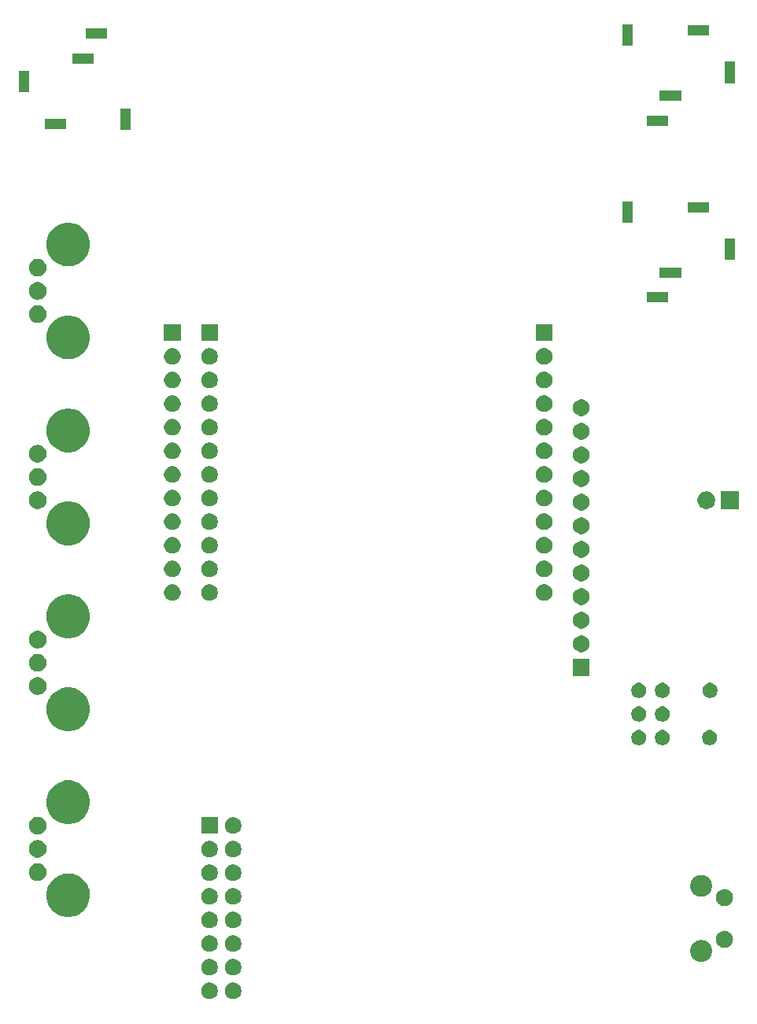
<source format=gbr>
G04 #@! TF.GenerationSoftware,KiCad,Pcbnew,(5.1.5)-3*
G04 #@! TF.CreationDate,2020-12-05T11:42:08-07:00*
G04 #@! TF.ProjectId,ADSR_Envelope,41445352-5f45-46e7-9665-6c6f70652e6b,rev?*
G04 #@! TF.SameCoordinates,Original*
G04 #@! TF.FileFunction,Soldermask,Bot*
G04 #@! TF.FilePolarity,Negative*
%FSLAX46Y46*%
G04 Gerber Fmt 4.6, Leading zero omitted, Abs format (unit mm)*
G04 Created by KiCad (PCBNEW (5.1.5)-3) date 2020-12-05 11:42:08*
%MOMM*%
%LPD*%
G04 APERTURE LIST*
%ADD10C,0.100000*%
G04 APERTURE END LIST*
D10*
X76043000Y-103500000D02*
G75*
G03X76043000Y-103500000I-1143000J0D01*
G01*
X78289000Y-97750000D02*
G75*
G03X78289000Y-97750000I-889000J0D01*
G01*
X78289000Y-102250000D02*
G75*
G03X78289000Y-102250000I-889000J0D01*
G01*
X76043000Y-96500000D02*
G75*
G03X76043000Y-96500000I-1143000J0D01*
G01*
G36*
X24653512Y-106883927D02*
G01*
X24802812Y-106913624D01*
X24966784Y-106981544D01*
X25114354Y-107080147D01*
X25239853Y-107205646D01*
X25338456Y-107353216D01*
X25406376Y-107517188D01*
X25441000Y-107691259D01*
X25441000Y-107868741D01*
X25406376Y-108042812D01*
X25338456Y-108206784D01*
X25239853Y-108354354D01*
X25114354Y-108479853D01*
X24966784Y-108578456D01*
X24802812Y-108646376D01*
X24653512Y-108676073D01*
X24628742Y-108681000D01*
X24451258Y-108681000D01*
X24426488Y-108676073D01*
X24277188Y-108646376D01*
X24113216Y-108578456D01*
X23965646Y-108479853D01*
X23840147Y-108354354D01*
X23741544Y-108206784D01*
X23673624Y-108042812D01*
X23639000Y-107868741D01*
X23639000Y-107691259D01*
X23673624Y-107517188D01*
X23741544Y-107353216D01*
X23840147Y-107205646D01*
X23965646Y-107080147D01*
X24113216Y-106981544D01*
X24277188Y-106913624D01*
X24426488Y-106883927D01*
X24451258Y-106879000D01*
X24628742Y-106879000D01*
X24653512Y-106883927D01*
G37*
G36*
X22113512Y-106883927D02*
G01*
X22262812Y-106913624D01*
X22426784Y-106981544D01*
X22574354Y-107080147D01*
X22699853Y-107205646D01*
X22798456Y-107353216D01*
X22866376Y-107517188D01*
X22901000Y-107691259D01*
X22901000Y-107868741D01*
X22866376Y-108042812D01*
X22798456Y-108206784D01*
X22699853Y-108354354D01*
X22574354Y-108479853D01*
X22426784Y-108578456D01*
X22262812Y-108646376D01*
X22113512Y-108676073D01*
X22088742Y-108681000D01*
X21911258Y-108681000D01*
X21886488Y-108676073D01*
X21737188Y-108646376D01*
X21573216Y-108578456D01*
X21425646Y-108479853D01*
X21300147Y-108354354D01*
X21201544Y-108206784D01*
X21133624Y-108042812D01*
X21099000Y-107868741D01*
X21099000Y-107691259D01*
X21133624Y-107517188D01*
X21201544Y-107353216D01*
X21300147Y-107205646D01*
X21425646Y-107080147D01*
X21573216Y-106981544D01*
X21737188Y-106913624D01*
X21886488Y-106883927D01*
X21911258Y-106879000D01*
X22088742Y-106879000D01*
X22113512Y-106883927D01*
G37*
G36*
X22113512Y-104343927D02*
G01*
X22262812Y-104373624D01*
X22426784Y-104441544D01*
X22574354Y-104540147D01*
X22699853Y-104665646D01*
X22798456Y-104813216D01*
X22866376Y-104977188D01*
X22901000Y-105151259D01*
X22901000Y-105328741D01*
X22866376Y-105502812D01*
X22798456Y-105666784D01*
X22699853Y-105814354D01*
X22574354Y-105939853D01*
X22426784Y-106038456D01*
X22262812Y-106106376D01*
X22113512Y-106136073D01*
X22088742Y-106141000D01*
X21911258Y-106141000D01*
X21886488Y-106136073D01*
X21737188Y-106106376D01*
X21573216Y-106038456D01*
X21425646Y-105939853D01*
X21300147Y-105814354D01*
X21201544Y-105666784D01*
X21133624Y-105502812D01*
X21099000Y-105328741D01*
X21099000Y-105151259D01*
X21133624Y-104977188D01*
X21201544Y-104813216D01*
X21300147Y-104665646D01*
X21425646Y-104540147D01*
X21573216Y-104441544D01*
X21737188Y-104373624D01*
X21886488Y-104343927D01*
X21911258Y-104339000D01*
X22088742Y-104339000D01*
X22113512Y-104343927D01*
G37*
G36*
X24653512Y-104343927D02*
G01*
X24802812Y-104373624D01*
X24966784Y-104441544D01*
X25114354Y-104540147D01*
X25239853Y-104665646D01*
X25338456Y-104813216D01*
X25406376Y-104977188D01*
X25441000Y-105151259D01*
X25441000Y-105328741D01*
X25406376Y-105502812D01*
X25338456Y-105666784D01*
X25239853Y-105814354D01*
X25114354Y-105939853D01*
X24966784Y-106038456D01*
X24802812Y-106106376D01*
X24653512Y-106136073D01*
X24628742Y-106141000D01*
X24451258Y-106141000D01*
X24426488Y-106136073D01*
X24277188Y-106106376D01*
X24113216Y-106038456D01*
X23965646Y-105939853D01*
X23840147Y-105814354D01*
X23741544Y-105666784D01*
X23673624Y-105502812D01*
X23639000Y-105328741D01*
X23639000Y-105151259D01*
X23673624Y-104977188D01*
X23741544Y-104813216D01*
X23840147Y-104665646D01*
X23965646Y-104540147D01*
X24113216Y-104441544D01*
X24277188Y-104373624D01*
X24426488Y-104343927D01*
X24451258Y-104339000D01*
X24628742Y-104339000D01*
X24653512Y-104343927D01*
G37*
G36*
X75124549Y-102371116D02*
G01*
X75235734Y-102393232D01*
X75445203Y-102479997D01*
X75633720Y-102605960D01*
X75794040Y-102766280D01*
X75920003Y-102954797D01*
X76006768Y-103164266D01*
X76051000Y-103386636D01*
X76051000Y-103613364D01*
X76006768Y-103835734D01*
X75920003Y-104045203D01*
X75794040Y-104233720D01*
X75633720Y-104394040D01*
X75445203Y-104520003D01*
X75235734Y-104606768D01*
X75124549Y-104628884D01*
X75013365Y-104651000D01*
X74786635Y-104651000D01*
X74675451Y-104628884D01*
X74564266Y-104606768D01*
X74354797Y-104520003D01*
X74166280Y-104394040D01*
X74005960Y-104233720D01*
X73879997Y-104045203D01*
X73793232Y-103835734D01*
X73749000Y-103613364D01*
X73749000Y-103386636D01*
X73793232Y-103164266D01*
X73879997Y-102954797D01*
X74005960Y-102766280D01*
X74166280Y-102605960D01*
X74354797Y-102479997D01*
X74564266Y-102393232D01*
X74675451Y-102371116D01*
X74786635Y-102349000D01*
X75013365Y-102349000D01*
X75124549Y-102371116D01*
G37*
G36*
X22113512Y-101803927D02*
G01*
X22262812Y-101833624D01*
X22426784Y-101901544D01*
X22574354Y-102000147D01*
X22699853Y-102125646D01*
X22798456Y-102273216D01*
X22866376Y-102437188D01*
X22901000Y-102611259D01*
X22901000Y-102788741D01*
X22866376Y-102962812D01*
X22798456Y-103126784D01*
X22699853Y-103274354D01*
X22574354Y-103399853D01*
X22426784Y-103498456D01*
X22262812Y-103566376D01*
X22113512Y-103596073D01*
X22088742Y-103601000D01*
X21911258Y-103601000D01*
X21886488Y-103596073D01*
X21737188Y-103566376D01*
X21573216Y-103498456D01*
X21425646Y-103399853D01*
X21300147Y-103274354D01*
X21201544Y-103126784D01*
X21133624Y-102962812D01*
X21099000Y-102788741D01*
X21099000Y-102611259D01*
X21133624Y-102437188D01*
X21201544Y-102273216D01*
X21300147Y-102125646D01*
X21425646Y-102000147D01*
X21573216Y-101901544D01*
X21737188Y-101833624D01*
X21886488Y-101803927D01*
X21911258Y-101799000D01*
X22088742Y-101799000D01*
X22113512Y-101803927D01*
G37*
G36*
X24653512Y-101803927D02*
G01*
X24802812Y-101833624D01*
X24966784Y-101901544D01*
X25114354Y-102000147D01*
X25239853Y-102125646D01*
X25338456Y-102273216D01*
X25406376Y-102437188D01*
X25441000Y-102611259D01*
X25441000Y-102788741D01*
X25406376Y-102962812D01*
X25338456Y-103126784D01*
X25239853Y-103274354D01*
X25114354Y-103399853D01*
X24966784Y-103498456D01*
X24802812Y-103566376D01*
X24653512Y-103596073D01*
X24628742Y-103601000D01*
X24451258Y-103601000D01*
X24426488Y-103596073D01*
X24277188Y-103566376D01*
X24113216Y-103498456D01*
X23965646Y-103399853D01*
X23840147Y-103274354D01*
X23741544Y-103126784D01*
X23673624Y-102962812D01*
X23639000Y-102788741D01*
X23639000Y-102611259D01*
X23673624Y-102437188D01*
X23741544Y-102273216D01*
X23840147Y-102125646D01*
X23965646Y-102000147D01*
X24113216Y-101901544D01*
X24277188Y-101833624D01*
X24426488Y-101803927D01*
X24451258Y-101799000D01*
X24628742Y-101799000D01*
X24653512Y-101803927D01*
G37*
G36*
X77513512Y-101353927D02*
G01*
X77662812Y-101383624D01*
X77826784Y-101451544D01*
X77974354Y-101550147D01*
X78099853Y-101675646D01*
X78198456Y-101823216D01*
X78266376Y-101987188D01*
X78296073Y-102136488D01*
X78301000Y-102161258D01*
X78301000Y-102338742D01*
X78296073Y-102363512D01*
X78266376Y-102512812D01*
X78198456Y-102676784D01*
X78099853Y-102824354D01*
X77974354Y-102949853D01*
X77826784Y-103048456D01*
X77662812Y-103116376D01*
X77513512Y-103146073D01*
X77488742Y-103151000D01*
X77311258Y-103151000D01*
X77286488Y-103146073D01*
X77137188Y-103116376D01*
X76973216Y-103048456D01*
X76825646Y-102949853D01*
X76700147Y-102824354D01*
X76601544Y-102676784D01*
X76533624Y-102512812D01*
X76503927Y-102363512D01*
X76499000Y-102338742D01*
X76499000Y-102161258D01*
X76503927Y-102136488D01*
X76533624Y-101987188D01*
X76601544Y-101823216D01*
X76700147Y-101675646D01*
X76825646Y-101550147D01*
X76973216Y-101451544D01*
X77137188Y-101383624D01*
X77286488Y-101353927D01*
X77311258Y-101349000D01*
X77488742Y-101349000D01*
X77513512Y-101353927D01*
G37*
G36*
X22113512Y-99263927D02*
G01*
X22262812Y-99293624D01*
X22426784Y-99361544D01*
X22574354Y-99460147D01*
X22699853Y-99585646D01*
X22798456Y-99733216D01*
X22866376Y-99897188D01*
X22901000Y-100071259D01*
X22901000Y-100248741D01*
X22866376Y-100422812D01*
X22798456Y-100586784D01*
X22699853Y-100734354D01*
X22574354Y-100859853D01*
X22426784Y-100958456D01*
X22262812Y-101026376D01*
X22113512Y-101056073D01*
X22088742Y-101061000D01*
X21911258Y-101061000D01*
X21886488Y-101056073D01*
X21737188Y-101026376D01*
X21573216Y-100958456D01*
X21425646Y-100859853D01*
X21300147Y-100734354D01*
X21201544Y-100586784D01*
X21133624Y-100422812D01*
X21099000Y-100248741D01*
X21099000Y-100071259D01*
X21133624Y-99897188D01*
X21201544Y-99733216D01*
X21300147Y-99585646D01*
X21425646Y-99460147D01*
X21573216Y-99361544D01*
X21737188Y-99293624D01*
X21886488Y-99263927D01*
X21911258Y-99259000D01*
X22088742Y-99259000D01*
X22113512Y-99263927D01*
G37*
G36*
X24653512Y-99263927D02*
G01*
X24802812Y-99293624D01*
X24966784Y-99361544D01*
X25114354Y-99460147D01*
X25239853Y-99585646D01*
X25338456Y-99733216D01*
X25406376Y-99897188D01*
X25441000Y-100071259D01*
X25441000Y-100248741D01*
X25406376Y-100422812D01*
X25338456Y-100586784D01*
X25239853Y-100734354D01*
X25114354Y-100859853D01*
X24966784Y-100958456D01*
X24802812Y-101026376D01*
X24653512Y-101056073D01*
X24628742Y-101061000D01*
X24451258Y-101061000D01*
X24426488Y-101056073D01*
X24277188Y-101026376D01*
X24113216Y-100958456D01*
X23965646Y-100859853D01*
X23840147Y-100734354D01*
X23741544Y-100586784D01*
X23673624Y-100422812D01*
X23639000Y-100248741D01*
X23639000Y-100071259D01*
X23673624Y-99897188D01*
X23741544Y-99733216D01*
X23840147Y-99585646D01*
X23965646Y-99460147D01*
X24113216Y-99361544D01*
X24277188Y-99293624D01*
X24426488Y-99263927D01*
X24451258Y-99259000D01*
X24628742Y-99259000D01*
X24653512Y-99263927D01*
G37*
G36*
X7334358Y-95209232D02*
G01*
X7485761Y-95239348D01*
X7913616Y-95416571D01*
X8298675Y-95673859D01*
X8626141Y-96001325D01*
X8735015Y-96164267D01*
X8883430Y-96386386D01*
X8935338Y-96511703D01*
X9060652Y-96814239D01*
X9081719Y-96920148D01*
X9144093Y-97233720D01*
X9151000Y-97268447D01*
X9151000Y-97731553D01*
X9060652Y-98185761D01*
X8883429Y-98613616D01*
X8626141Y-98998675D01*
X8298675Y-99326141D01*
X7913616Y-99583429D01*
X7913615Y-99583430D01*
X7913614Y-99583430D01*
X7788297Y-99635338D01*
X7485761Y-99760652D01*
X7334358Y-99790768D01*
X7031555Y-99851000D01*
X6568445Y-99851000D01*
X6265642Y-99790768D01*
X6114239Y-99760652D01*
X5811703Y-99635338D01*
X5686386Y-99583430D01*
X5686385Y-99583430D01*
X5686384Y-99583429D01*
X5301325Y-99326141D01*
X4973859Y-98998675D01*
X4716571Y-98613616D01*
X4539348Y-98185761D01*
X4449000Y-97731553D01*
X4449000Y-97268447D01*
X4455908Y-97233720D01*
X4518281Y-96920148D01*
X4539348Y-96814239D01*
X4664662Y-96511703D01*
X4716570Y-96386386D01*
X4864985Y-96164267D01*
X4973859Y-96001325D01*
X5301325Y-95673859D01*
X5686384Y-95416571D01*
X6114239Y-95239348D01*
X6265642Y-95209232D01*
X6568445Y-95149000D01*
X7031555Y-95149000D01*
X7334358Y-95209232D01*
G37*
G36*
X77513512Y-96853927D02*
G01*
X77662812Y-96883624D01*
X77826784Y-96951544D01*
X77974354Y-97050147D01*
X78099853Y-97175646D01*
X78198456Y-97323216D01*
X78266376Y-97487188D01*
X78290161Y-97606768D01*
X78298960Y-97651000D01*
X78301000Y-97661259D01*
X78301000Y-97838741D01*
X78266376Y-98012812D01*
X78198456Y-98176784D01*
X78099853Y-98324354D01*
X77974354Y-98449853D01*
X77826784Y-98548456D01*
X77662812Y-98616376D01*
X77513512Y-98646073D01*
X77488742Y-98651000D01*
X77311258Y-98651000D01*
X77286488Y-98646073D01*
X77137188Y-98616376D01*
X76973216Y-98548456D01*
X76825646Y-98449853D01*
X76700147Y-98324354D01*
X76601544Y-98176784D01*
X76533624Y-98012812D01*
X76499000Y-97838741D01*
X76499000Y-97661259D01*
X76501041Y-97651000D01*
X76509839Y-97606768D01*
X76533624Y-97487188D01*
X76601544Y-97323216D01*
X76700147Y-97175646D01*
X76825646Y-97050147D01*
X76973216Y-96951544D01*
X77137188Y-96883624D01*
X77286488Y-96853927D01*
X77311258Y-96849000D01*
X77488742Y-96849000D01*
X77513512Y-96853927D01*
G37*
G36*
X24653512Y-96723927D02*
G01*
X24802812Y-96753624D01*
X24966784Y-96821544D01*
X25114354Y-96920147D01*
X25239853Y-97045646D01*
X25338456Y-97193216D01*
X25406376Y-97357188D01*
X25441000Y-97531259D01*
X25441000Y-97708741D01*
X25406376Y-97882812D01*
X25338456Y-98046784D01*
X25239853Y-98194354D01*
X25114354Y-98319853D01*
X24966784Y-98418456D01*
X24802812Y-98486376D01*
X24653512Y-98516073D01*
X24628742Y-98521000D01*
X24451258Y-98521000D01*
X24426488Y-98516073D01*
X24277188Y-98486376D01*
X24113216Y-98418456D01*
X23965646Y-98319853D01*
X23840147Y-98194354D01*
X23741544Y-98046784D01*
X23673624Y-97882812D01*
X23639000Y-97708741D01*
X23639000Y-97531259D01*
X23673624Y-97357188D01*
X23741544Y-97193216D01*
X23840147Y-97045646D01*
X23965646Y-96920147D01*
X24113216Y-96821544D01*
X24277188Y-96753624D01*
X24426488Y-96723927D01*
X24451258Y-96719000D01*
X24628742Y-96719000D01*
X24653512Y-96723927D01*
G37*
G36*
X22113512Y-96723927D02*
G01*
X22262812Y-96753624D01*
X22426784Y-96821544D01*
X22574354Y-96920147D01*
X22699853Y-97045646D01*
X22798456Y-97193216D01*
X22866376Y-97357188D01*
X22901000Y-97531259D01*
X22901000Y-97708741D01*
X22866376Y-97882812D01*
X22798456Y-98046784D01*
X22699853Y-98194354D01*
X22574354Y-98319853D01*
X22426784Y-98418456D01*
X22262812Y-98486376D01*
X22113512Y-98516073D01*
X22088742Y-98521000D01*
X21911258Y-98521000D01*
X21886488Y-98516073D01*
X21737188Y-98486376D01*
X21573216Y-98418456D01*
X21425646Y-98319853D01*
X21300147Y-98194354D01*
X21201544Y-98046784D01*
X21133624Y-97882812D01*
X21099000Y-97708741D01*
X21099000Y-97531259D01*
X21133624Y-97357188D01*
X21201544Y-97193216D01*
X21300147Y-97045646D01*
X21425646Y-96920147D01*
X21573216Y-96821544D01*
X21737188Y-96753624D01*
X21886488Y-96723927D01*
X21911258Y-96719000D01*
X22088742Y-96719000D01*
X22113512Y-96723927D01*
G37*
G36*
X75124549Y-95371116D02*
G01*
X75235734Y-95393232D01*
X75445203Y-95479997D01*
X75633720Y-95605960D01*
X75794040Y-95766280D01*
X75920003Y-95954797D01*
X76006768Y-96164266D01*
X76051000Y-96386636D01*
X76051000Y-96613364D01*
X76006768Y-96835734D01*
X75920003Y-97045203D01*
X75794040Y-97233720D01*
X75633720Y-97394040D01*
X75445203Y-97520003D01*
X75235734Y-97606768D01*
X75124549Y-97628884D01*
X75013365Y-97651000D01*
X74786635Y-97651000D01*
X74675451Y-97628884D01*
X74564266Y-97606768D01*
X74354797Y-97520003D01*
X74166280Y-97394040D01*
X74005960Y-97233720D01*
X73879997Y-97045203D01*
X73793232Y-96835734D01*
X73749000Y-96613364D01*
X73749000Y-96386636D01*
X73793232Y-96164266D01*
X73879997Y-95954797D01*
X74005960Y-95766280D01*
X74166280Y-95605960D01*
X74354797Y-95479997D01*
X74564266Y-95393232D01*
X74675451Y-95371116D01*
X74786635Y-95349000D01*
X75013365Y-95349000D01*
X75124549Y-95371116D01*
G37*
G36*
X24653512Y-94183927D02*
G01*
X24802812Y-94213624D01*
X24966784Y-94281544D01*
X25114354Y-94380147D01*
X25239853Y-94505646D01*
X25338456Y-94653216D01*
X25406376Y-94817188D01*
X25441000Y-94991259D01*
X25441000Y-95168741D01*
X25406376Y-95342812D01*
X25338456Y-95506784D01*
X25239853Y-95654354D01*
X25114354Y-95779853D01*
X24966784Y-95878456D01*
X24802812Y-95946376D01*
X24653512Y-95976073D01*
X24628742Y-95981000D01*
X24451258Y-95981000D01*
X24426488Y-95976073D01*
X24277188Y-95946376D01*
X24113216Y-95878456D01*
X23965646Y-95779853D01*
X23840147Y-95654354D01*
X23741544Y-95506784D01*
X23673624Y-95342812D01*
X23639000Y-95168741D01*
X23639000Y-94991259D01*
X23673624Y-94817188D01*
X23741544Y-94653216D01*
X23840147Y-94505646D01*
X23965646Y-94380147D01*
X24113216Y-94281544D01*
X24277188Y-94213624D01*
X24426488Y-94183927D01*
X24451258Y-94179000D01*
X24628742Y-94179000D01*
X24653512Y-94183927D01*
G37*
G36*
X22113512Y-94183927D02*
G01*
X22262812Y-94213624D01*
X22426784Y-94281544D01*
X22574354Y-94380147D01*
X22699853Y-94505646D01*
X22798456Y-94653216D01*
X22866376Y-94817188D01*
X22901000Y-94991259D01*
X22901000Y-95168741D01*
X22866376Y-95342812D01*
X22798456Y-95506784D01*
X22699853Y-95654354D01*
X22574354Y-95779853D01*
X22426784Y-95878456D01*
X22262812Y-95946376D01*
X22113512Y-95976073D01*
X22088742Y-95981000D01*
X21911258Y-95981000D01*
X21886488Y-95976073D01*
X21737188Y-95946376D01*
X21573216Y-95878456D01*
X21425646Y-95779853D01*
X21300147Y-95654354D01*
X21201544Y-95506784D01*
X21133624Y-95342812D01*
X21099000Y-95168741D01*
X21099000Y-94991259D01*
X21133624Y-94817188D01*
X21201544Y-94653216D01*
X21300147Y-94505646D01*
X21425646Y-94380147D01*
X21573216Y-94281544D01*
X21737188Y-94213624D01*
X21886488Y-94183927D01*
X21911258Y-94179000D01*
X22088742Y-94179000D01*
X22113512Y-94183927D01*
G37*
G36*
X3777395Y-94085546D02*
G01*
X3950466Y-94157234D01*
X3950467Y-94157235D01*
X4106227Y-94261310D01*
X4238690Y-94393773D01*
X4238691Y-94393775D01*
X4342766Y-94549534D01*
X4414454Y-94722605D01*
X4451000Y-94906333D01*
X4451000Y-95093667D01*
X4414454Y-95277395D01*
X4342766Y-95450466D01*
X4323034Y-95479997D01*
X4238690Y-95606227D01*
X4106227Y-95738690D01*
X4064935Y-95766280D01*
X3950466Y-95842766D01*
X3777395Y-95914454D01*
X3593667Y-95951000D01*
X3406333Y-95951000D01*
X3222605Y-95914454D01*
X3049534Y-95842766D01*
X2935065Y-95766280D01*
X2893773Y-95738690D01*
X2761310Y-95606227D01*
X2676966Y-95479997D01*
X2657234Y-95450466D01*
X2585546Y-95277395D01*
X2549000Y-95093667D01*
X2549000Y-94906333D01*
X2585546Y-94722605D01*
X2657234Y-94549534D01*
X2761309Y-94393775D01*
X2761310Y-94393773D01*
X2893773Y-94261310D01*
X3049533Y-94157235D01*
X3049534Y-94157234D01*
X3222605Y-94085546D01*
X3406333Y-94049000D01*
X3593667Y-94049000D01*
X3777395Y-94085546D01*
G37*
G36*
X3777395Y-91585546D02*
G01*
X3950466Y-91657234D01*
X4027818Y-91708919D01*
X4106227Y-91761310D01*
X4238690Y-91893773D01*
X4238691Y-91893775D01*
X4342766Y-92049534D01*
X4414454Y-92222605D01*
X4451000Y-92406333D01*
X4451000Y-92593667D01*
X4414454Y-92777395D01*
X4342766Y-92950466D01*
X4291081Y-93027818D01*
X4238690Y-93106227D01*
X4106227Y-93238690D01*
X4104486Y-93239853D01*
X3950466Y-93342766D01*
X3777395Y-93414454D01*
X3593667Y-93451000D01*
X3406333Y-93451000D01*
X3222605Y-93414454D01*
X3049534Y-93342766D01*
X2895514Y-93239853D01*
X2893773Y-93238690D01*
X2761310Y-93106227D01*
X2708919Y-93027818D01*
X2657234Y-92950466D01*
X2585546Y-92777395D01*
X2549000Y-92593667D01*
X2549000Y-92406333D01*
X2585546Y-92222605D01*
X2657234Y-92049534D01*
X2761309Y-91893775D01*
X2761310Y-91893773D01*
X2893773Y-91761310D01*
X2972182Y-91708919D01*
X3049534Y-91657234D01*
X3222605Y-91585546D01*
X3406333Y-91549000D01*
X3593667Y-91549000D01*
X3777395Y-91585546D01*
G37*
G36*
X24653512Y-91643927D02*
G01*
X24802812Y-91673624D01*
X24966784Y-91741544D01*
X25114354Y-91840147D01*
X25239853Y-91965646D01*
X25338456Y-92113216D01*
X25406376Y-92277188D01*
X25441000Y-92451259D01*
X25441000Y-92628741D01*
X25406376Y-92802812D01*
X25338456Y-92966784D01*
X25239853Y-93114354D01*
X25114354Y-93239853D01*
X24966784Y-93338456D01*
X24802812Y-93406376D01*
X24653512Y-93436073D01*
X24628742Y-93441000D01*
X24451258Y-93441000D01*
X24426488Y-93436073D01*
X24277188Y-93406376D01*
X24113216Y-93338456D01*
X23965646Y-93239853D01*
X23840147Y-93114354D01*
X23741544Y-92966784D01*
X23673624Y-92802812D01*
X23639000Y-92628741D01*
X23639000Y-92451259D01*
X23673624Y-92277188D01*
X23741544Y-92113216D01*
X23840147Y-91965646D01*
X23965646Y-91840147D01*
X24113216Y-91741544D01*
X24277188Y-91673624D01*
X24426488Y-91643927D01*
X24451258Y-91639000D01*
X24628742Y-91639000D01*
X24653512Y-91643927D01*
G37*
G36*
X22113512Y-91643927D02*
G01*
X22262812Y-91673624D01*
X22426784Y-91741544D01*
X22574354Y-91840147D01*
X22699853Y-91965646D01*
X22798456Y-92113216D01*
X22866376Y-92277188D01*
X22901000Y-92451259D01*
X22901000Y-92628741D01*
X22866376Y-92802812D01*
X22798456Y-92966784D01*
X22699853Y-93114354D01*
X22574354Y-93239853D01*
X22426784Y-93338456D01*
X22262812Y-93406376D01*
X22113512Y-93436073D01*
X22088742Y-93441000D01*
X21911258Y-93441000D01*
X21886488Y-93436073D01*
X21737188Y-93406376D01*
X21573216Y-93338456D01*
X21425646Y-93239853D01*
X21300147Y-93114354D01*
X21201544Y-92966784D01*
X21133624Y-92802812D01*
X21099000Y-92628741D01*
X21099000Y-92451259D01*
X21133624Y-92277188D01*
X21201544Y-92113216D01*
X21300147Y-91965646D01*
X21425646Y-91840147D01*
X21573216Y-91741544D01*
X21737188Y-91673624D01*
X21886488Y-91643927D01*
X21911258Y-91639000D01*
X22088742Y-91639000D01*
X22113512Y-91643927D01*
G37*
G36*
X3777395Y-89085546D02*
G01*
X3950466Y-89157234D01*
X3950467Y-89157235D01*
X4106227Y-89261310D01*
X4238690Y-89393773D01*
X4238691Y-89393775D01*
X4342766Y-89549534D01*
X4414454Y-89722605D01*
X4451000Y-89906333D01*
X4451000Y-90093667D01*
X4414454Y-90277395D01*
X4342766Y-90450466D01*
X4342765Y-90450467D01*
X4238690Y-90606227D01*
X4106227Y-90738690D01*
X4027818Y-90791081D01*
X3950466Y-90842766D01*
X3777395Y-90914454D01*
X3593667Y-90951000D01*
X3406333Y-90951000D01*
X3222605Y-90914454D01*
X3049534Y-90842766D01*
X2972182Y-90791081D01*
X2893773Y-90738690D01*
X2761310Y-90606227D01*
X2657235Y-90450467D01*
X2657234Y-90450466D01*
X2585546Y-90277395D01*
X2549000Y-90093667D01*
X2549000Y-89906333D01*
X2585546Y-89722605D01*
X2657234Y-89549534D01*
X2761309Y-89393775D01*
X2761310Y-89393773D01*
X2893773Y-89261310D01*
X3049533Y-89157235D01*
X3049534Y-89157234D01*
X3222605Y-89085546D01*
X3406333Y-89049000D01*
X3593667Y-89049000D01*
X3777395Y-89085546D01*
G37*
G36*
X22901000Y-90901000D02*
G01*
X21099000Y-90901000D01*
X21099000Y-89099000D01*
X22901000Y-89099000D01*
X22901000Y-90901000D01*
G37*
G36*
X24653512Y-89103927D02*
G01*
X24802812Y-89133624D01*
X24966784Y-89201544D01*
X25114354Y-89300147D01*
X25239853Y-89425646D01*
X25338456Y-89573216D01*
X25406376Y-89737188D01*
X25441000Y-89911259D01*
X25441000Y-90088741D01*
X25406376Y-90262812D01*
X25338456Y-90426784D01*
X25239853Y-90574354D01*
X25114354Y-90699853D01*
X24966784Y-90798456D01*
X24802812Y-90866376D01*
X24653512Y-90896073D01*
X24628742Y-90901000D01*
X24451258Y-90901000D01*
X24426488Y-90896073D01*
X24277188Y-90866376D01*
X24113216Y-90798456D01*
X23965646Y-90699853D01*
X23840147Y-90574354D01*
X23741544Y-90426784D01*
X23673624Y-90262812D01*
X23639000Y-90088741D01*
X23639000Y-89911259D01*
X23673624Y-89737188D01*
X23741544Y-89573216D01*
X23840147Y-89425646D01*
X23965646Y-89300147D01*
X24113216Y-89201544D01*
X24277188Y-89133624D01*
X24426488Y-89103927D01*
X24451258Y-89099000D01*
X24628742Y-89099000D01*
X24653512Y-89103927D01*
G37*
G36*
X7334358Y-85209232D02*
G01*
X7485761Y-85239348D01*
X7913616Y-85416571D01*
X8298675Y-85673859D01*
X8626141Y-86001325D01*
X8883429Y-86386384D01*
X9060652Y-86814239D01*
X9151000Y-87268447D01*
X9151000Y-87731553D01*
X9060652Y-88185761D01*
X8883429Y-88613616D01*
X8626141Y-88998675D01*
X8298675Y-89326141D01*
X7913616Y-89583429D01*
X7485761Y-89760652D01*
X7334358Y-89790768D01*
X7031555Y-89851000D01*
X6568445Y-89851000D01*
X6265642Y-89790768D01*
X6114239Y-89760652D01*
X5686384Y-89583429D01*
X5301325Y-89326141D01*
X4973859Y-88998675D01*
X4716571Y-88613616D01*
X4539348Y-88185761D01*
X4449000Y-87731553D01*
X4449000Y-87268447D01*
X4539348Y-86814239D01*
X4716571Y-86386384D01*
X4973859Y-86001325D01*
X5301325Y-85673859D01*
X5686384Y-85416571D01*
X6114239Y-85239348D01*
X6265642Y-85209232D01*
X6568445Y-85149000D01*
X7031555Y-85149000D01*
X7334358Y-85209232D01*
G37*
G36*
X76047142Y-79758242D02*
G01*
X76195101Y-79819529D01*
X76328255Y-79908499D01*
X76441501Y-80021745D01*
X76530471Y-80154899D01*
X76591758Y-80302858D01*
X76623000Y-80459925D01*
X76623000Y-80620075D01*
X76591758Y-80777142D01*
X76530471Y-80925101D01*
X76441501Y-81058255D01*
X76328255Y-81171501D01*
X76195101Y-81260471D01*
X76047142Y-81321758D01*
X75890075Y-81353000D01*
X75729925Y-81353000D01*
X75572858Y-81321758D01*
X75424899Y-81260471D01*
X75291745Y-81171501D01*
X75178499Y-81058255D01*
X75089529Y-80925101D01*
X75028242Y-80777142D01*
X74997000Y-80620075D01*
X74997000Y-80459925D01*
X75028242Y-80302858D01*
X75089529Y-80154899D01*
X75178499Y-80021745D01*
X75291745Y-79908499D01*
X75424899Y-79819529D01*
X75572858Y-79758242D01*
X75729925Y-79727000D01*
X75890075Y-79727000D01*
X76047142Y-79758242D01*
G37*
G36*
X68427142Y-79758242D02*
G01*
X68575101Y-79819529D01*
X68708255Y-79908499D01*
X68821501Y-80021745D01*
X68910471Y-80154899D01*
X68971758Y-80302858D01*
X69003000Y-80459925D01*
X69003000Y-80620075D01*
X68971758Y-80777142D01*
X68910471Y-80925101D01*
X68821501Y-81058255D01*
X68708255Y-81171501D01*
X68575101Y-81260471D01*
X68427142Y-81321758D01*
X68270075Y-81353000D01*
X68109925Y-81353000D01*
X67952858Y-81321758D01*
X67804899Y-81260471D01*
X67671745Y-81171501D01*
X67558499Y-81058255D01*
X67469529Y-80925101D01*
X67408242Y-80777142D01*
X67377000Y-80620075D01*
X67377000Y-80459925D01*
X67408242Y-80302858D01*
X67469529Y-80154899D01*
X67558499Y-80021745D01*
X67671745Y-79908499D01*
X67804899Y-79819529D01*
X67952858Y-79758242D01*
X68109925Y-79727000D01*
X68270075Y-79727000D01*
X68427142Y-79758242D01*
G37*
G36*
X70967142Y-79758242D02*
G01*
X71115101Y-79819529D01*
X71248255Y-79908499D01*
X71361501Y-80021745D01*
X71450471Y-80154899D01*
X71511758Y-80302858D01*
X71543000Y-80459925D01*
X71543000Y-80620075D01*
X71511758Y-80777142D01*
X71450471Y-80925101D01*
X71361501Y-81058255D01*
X71248255Y-81171501D01*
X71115101Y-81260471D01*
X70967142Y-81321758D01*
X70810075Y-81353000D01*
X70649925Y-81353000D01*
X70492858Y-81321758D01*
X70344899Y-81260471D01*
X70211745Y-81171501D01*
X70098499Y-81058255D01*
X70009529Y-80925101D01*
X69948242Y-80777142D01*
X69917000Y-80620075D01*
X69917000Y-80459925D01*
X69948242Y-80302858D01*
X70009529Y-80154899D01*
X70098499Y-80021745D01*
X70211745Y-79908499D01*
X70344899Y-79819529D01*
X70492858Y-79758242D01*
X70649925Y-79727000D01*
X70810075Y-79727000D01*
X70967142Y-79758242D01*
G37*
G36*
X7334358Y-75209232D02*
G01*
X7485761Y-75239348D01*
X7913616Y-75416571D01*
X8298675Y-75673859D01*
X8626141Y-76001325D01*
X8745842Y-76180471D01*
X8883430Y-76386386D01*
X9060652Y-76814240D01*
X9151000Y-77268445D01*
X9151000Y-77731555D01*
X9144773Y-77762858D01*
X9060652Y-78185761D01*
X8883429Y-78613616D01*
X8626141Y-78998675D01*
X8298675Y-79326141D01*
X7913616Y-79583429D01*
X7485761Y-79760652D01*
X7334358Y-79790768D01*
X7031555Y-79851000D01*
X6568445Y-79851000D01*
X6265642Y-79790768D01*
X6114239Y-79760652D01*
X5686384Y-79583429D01*
X5301325Y-79326141D01*
X4973859Y-78998675D01*
X4716571Y-78613616D01*
X4539348Y-78185761D01*
X4455227Y-77762858D01*
X4449000Y-77731555D01*
X4449000Y-77268445D01*
X4539348Y-76814240D01*
X4716570Y-76386386D01*
X4854158Y-76180471D01*
X4973859Y-76001325D01*
X5301325Y-75673859D01*
X5686384Y-75416571D01*
X6114239Y-75239348D01*
X6265642Y-75209232D01*
X6568445Y-75149000D01*
X7031555Y-75149000D01*
X7334358Y-75209232D01*
G37*
G36*
X68427142Y-77218242D02*
G01*
X68575101Y-77279529D01*
X68708255Y-77368499D01*
X68821501Y-77481745D01*
X68910471Y-77614899D01*
X68971758Y-77762858D01*
X69003000Y-77919925D01*
X69003000Y-78080075D01*
X68971758Y-78237142D01*
X68910471Y-78385101D01*
X68821501Y-78518255D01*
X68708255Y-78631501D01*
X68575101Y-78720471D01*
X68427142Y-78781758D01*
X68270075Y-78813000D01*
X68109925Y-78813000D01*
X67952858Y-78781758D01*
X67804899Y-78720471D01*
X67671745Y-78631501D01*
X67558499Y-78518255D01*
X67469529Y-78385101D01*
X67408242Y-78237142D01*
X67377000Y-78080075D01*
X67377000Y-77919925D01*
X67408242Y-77762858D01*
X67469529Y-77614899D01*
X67558499Y-77481745D01*
X67671745Y-77368499D01*
X67804899Y-77279529D01*
X67952858Y-77218242D01*
X68109925Y-77187000D01*
X68270075Y-77187000D01*
X68427142Y-77218242D01*
G37*
G36*
X70967142Y-77218242D02*
G01*
X71115101Y-77279529D01*
X71248255Y-77368499D01*
X71361501Y-77481745D01*
X71450471Y-77614899D01*
X71511758Y-77762858D01*
X71543000Y-77919925D01*
X71543000Y-78080075D01*
X71511758Y-78237142D01*
X71450471Y-78385101D01*
X71361501Y-78518255D01*
X71248255Y-78631501D01*
X71115101Y-78720471D01*
X70967142Y-78781758D01*
X70810075Y-78813000D01*
X70649925Y-78813000D01*
X70492858Y-78781758D01*
X70344899Y-78720471D01*
X70211745Y-78631501D01*
X70098499Y-78518255D01*
X70009529Y-78385101D01*
X69948242Y-78237142D01*
X69917000Y-78080075D01*
X69917000Y-77919925D01*
X69948242Y-77762858D01*
X70009529Y-77614899D01*
X70098499Y-77481745D01*
X70211745Y-77368499D01*
X70344899Y-77279529D01*
X70492858Y-77218242D01*
X70649925Y-77187000D01*
X70810075Y-77187000D01*
X70967142Y-77218242D01*
G37*
G36*
X68427142Y-74678242D02*
G01*
X68575101Y-74739529D01*
X68708255Y-74828499D01*
X68821501Y-74941745D01*
X68910471Y-75074899D01*
X68971758Y-75222858D01*
X69003000Y-75379925D01*
X69003000Y-75540075D01*
X68971758Y-75697142D01*
X68910471Y-75845101D01*
X68821501Y-75978255D01*
X68708255Y-76091501D01*
X68575101Y-76180471D01*
X68427142Y-76241758D01*
X68270075Y-76273000D01*
X68109925Y-76273000D01*
X67952858Y-76241758D01*
X67804899Y-76180471D01*
X67671745Y-76091501D01*
X67558499Y-75978255D01*
X67469529Y-75845101D01*
X67408242Y-75697142D01*
X67377000Y-75540075D01*
X67377000Y-75379925D01*
X67408242Y-75222858D01*
X67469529Y-75074899D01*
X67558499Y-74941745D01*
X67671745Y-74828499D01*
X67804899Y-74739529D01*
X67952858Y-74678242D01*
X68109925Y-74647000D01*
X68270075Y-74647000D01*
X68427142Y-74678242D01*
G37*
G36*
X70967142Y-74678242D02*
G01*
X71115101Y-74739529D01*
X71248255Y-74828499D01*
X71361501Y-74941745D01*
X71450471Y-75074899D01*
X71511758Y-75222858D01*
X71543000Y-75379925D01*
X71543000Y-75540075D01*
X71511758Y-75697142D01*
X71450471Y-75845101D01*
X71361501Y-75978255D01*
X71248255Y-76091501D01*
X71115101Y-76180471D01*
X70967142Y-76241758D01*
X70810075Y-76273000D01*
X70649925Y-76273000D01*
X70492858Y-76241758D01*
X70344899Y-76180471D01*
X70211745Y-76091501D01*
X70098499Y-75978255D01*
X70009529Y-75845101D01*
X69948242Y-75697142D01*
X69917000Y-75540075D01*
X69917000Y-75379925D01*
X69948242Y-75222858D01*
X70009529Y-75074899D01*
X70098499Y-74941745D01*
X70211745Y-74828499D01*
X70344899Y-74739529D01*
X70492858Y-74678242D01*
X70649925Y-74647000D01*
X70810075Y-74647000D01*
X70967142Y-74678242D01*
G37*
G36*
X76077142Y-74678242D02*
G01*
X76225101Y-74739529D01*
X76358255Y-74828499D01*
X76471501Y-74941745D01*
X76560471Y-75074899D01*
X76621758Y-75222858D01*
X76653000Y-75379925D01*
X76653000Y-75540075D01*
X76621758Y-75697142D01*
X76560471Y-75845101D01*
X76471501Y-75978255D01*
X76358255Y-76091501D01*
X76225101Y-76180471D01*
X76077142Y-76241758D01*
X75920075Y-76273000D01*
X75759925Y-76273000D01*
X75602858Y-76241758D01*
X75454899Y-76180471D01*
X75321745Y-76091501D01*
X75208499Y-75978255D01*
X75119529Y-75845101D01*
X75058242Y-75697142D01*
X75027000Y-75540075D01*
X75027000Y-75379925D01*
X75058242Y-75222858D01*
X75119529Y-75074899D01*
X75208499Y-74941745D01*
X75321745Y-74828499D01*
X75454899Y-74739529D01*
X75602858Y-74678242D01*
X75759925Y-74647000D01*
X75920075Y-74647000D01*
X76077142Y-74678242D01*
G37*
G36*
X3777395Y-74085546D02*
G01*
X3950466Y-74157234D01*
X3950467Y-74157235D01*
X4106227Y-74261310D01*
X4238690Y-74393773D01*
X4238691Y-74393775D01*
X4342766Y-74549534D01*
X4414454Y-74722605D01*
X4451000Y-74906333D01*
X4451000Y-75093667D01*
X4414454Y-75277395D01*
X4342766Y-75450466D01*
X4342765Y-75450467D01*
X4238690Y-75606227D01*
X4106227Y-75738690D01*
X4027818Y-75791081D01*
X3950466Y-75842766D01*
X3777395Y-75914454D01*
X3593667Y-75951000D01*
X3406333Y-75951000D01*
X3222605Y-75914454D01*
X3049534Y-75842766D01*
X2972182Y-75791081D01*
X2893773Y-75738690D01*
X2761310Y-75606227D01*
X2657235Y-75450467D01*
X2657234Y-75450466D01*
X2585546Y-75277395D01*
X2549000Y-75093667D01*
X2549000Y-74906333D01*
X2585546Y-74722605D01*
X2657234Y-74549534D01*
X2761309Y-74393775D01*
X2761310Y-74393773D01*
X2893773Y-74261310D01*
X3049533Y-74157235D01*
X3049534Y-74157234D01*
X3222605Y-74085546D01*
X3406333Y-74049000D01*
X3593667Y-74049000D01*
X3777395Y-74085546D01*
G37*
G36*
X62901000Y-73901000D02*
G01*
X61099000Y-73901000D01*
X61099000Y-72099000D01*
X62901000Y-72099000D01*
X62901000Y-73901000D01*
G37*
G36*
X3777395Y-71585546D02*
G01*
X3950466Y-71657234D01*
X3950467Y-71657235D01*
X4106227Y-71761310D01*
X4238690Y-71893773D01*
X4238691Y-71893775D01*
X4342766Y-72049534D01*
X4414454Y-72222605D01*
X4451000Y-72406333D01*
X4451000Y-72593667D01*
X4414454Y-72777395D01*
X4342766Y-72950466D01*
X4342765Y-72950467D01*
X4238690Y-73106227D01*
X4106227Y-73238690D01*
X4027818Y-73291081D01*
X3950466Y-73342766D01*
X3777395Y-73414454D01*
X3593667Y-73451000D01*
X3406333Y-73451000D01*
X3222605Y-73414454D01*
X3049534Y-73342766D01*
X2972182Y-73291081D01*
X2893773Y-73238690D01*
X2761310Y-73106227D01*
X2657235Y-72950467D01*
X2657234Y-72950466D01*
X2585546Y-72777395D01*
X2549000Y-72593667D01*
X2549000Y-72406333D01*
X2585546Y-72222605D01*
X2657234Y-72049534D01*
X2761309Y-71893775D01*
X2761310Y-71893773D01*
X2893773Y-71761310D01*
X3049533Y-71657235D01*
X3049534Y-71657234D01*
X3222605Y-71585546D01*
X3406333Y-71549000D01*
X3593667Y-71549000D01*
X3777395Y-71585546D01*
G37*
G36*
X62113512Y-69563927D02*
G01*
X62262812Y-69593624D01*
X62426784Y-69661544D01*
X62574354Y-69760147D01*
X62699853Y-69885646D01*
X62798456Y-70033216D01*
X62866376Y-70197188D01*
X62901000Y-70371259D01*
X62901000Y-70548741D01*
X62866376Y-70722812D01*
X62798456Y-70886784D01*
X62699853Y-71034354D01*
X62574354Y-71159853D01*
X62426784Y-71258456D01*
X62262812Y-71326376D01*
X62113512Y-71356073D01*
X62088742Y-71361000D01*
X61911258Y-71361000D01*
X61886488Y-71356073D01*
X61737188Y-71326376D01*
X61573216Y-71258456D01*
X61425646Y-71159853D01*
X61300147Y-71034354D01*
X61201544Y-70886784D01*
X61133624Y-70722812D01*
X61099000Y-70548741D01*
X61099000Y-70371259D01*
X61133624Y-70197188D01*
X61201544Y-70033216D01*
X61300147Y-69885646D01*
X61425646Y-69760147D01*
X61573216Y-69661544D01*
X61737188Y-69593624D01*
X61886488Y-69563927D01*
X61911258Y-69559000D01*
X62088742Y-69559000D01*
X62113512Y-69563927D01*
G37*
G36*
X3777395Y-69085546D02*
G01*
X3950466Y-69157234D01*
X3950467Y-69157235D01*
X4106227Y-69261310D01*
X4238690Y-69393773D01*
X4238691Y-69393775D01*
X4342766Y-69549534D01*
X4414454Y-69722605D01*
X4451000Y-69906333D01*
X4451000Y-70093667D01*
X4414454Y-70277395D01*
X4342766Y-70450466D01*
X4342765Y-70450467D01*
X4238690Y-70606227D01*
X4106227Y-70738690D01*
X4027818Y-70791081D01*
X3950466Y-70842766D01*
X3777395Y-70914454D01*
X3593667Y-70951000D01*
X3406333Y-70951000D01*
X3222605Y-70914454D01*
X3049534Y-70842766D01*
X2972182Y-70791081D01*
X2893773Y-70738690D01*
X2761310Y-70606227D01*
X2657235Y-70450467D01*
X2657234Y-70450466D01*
X2585546Y-70277395D01*
X2549000Y-70093667D01*
X2549000Y-69906333D01*
X2585546Y-69722605D01*
X2657234Y-69549534D01*
X2761309Y-69393775D01*
X2761310Y-69393773D01*
X2893773Y-69261310D01*
X3049533Y-69157235D01*
X3049534Y-69157234D01*
X3222605Y-69085546D01*
X3406333Y-69049000D01*
X3593667Y-69049000D01*
X3777395Y-69085546D01*
G37*
G36*
X7302078Y-65202811D02*
G01*
X7485761Y-65239348D01*
X7611085Y-65291259D01*
X7793415Y-65366782D01*
X7913616Y-65416571D01*
X8298675Y-65673859D01*
X8626141Y-66001325D01*
X8883429Y-66386384D01*
X8883430Y-66386386D01*
X9060652Y-66814240D01*
X9151000Y-67268445D01*
X9151000Y-67731555D01*
X9131167Y-67831259D01*
X9060652Y-68185761D01*
X8883429Y-68613616D01*
X8626141Y-68998675D01*
X8298675Y-69326141D01*
X7913616Y-69583429D01*
X7485761Y-69760652D01*
X7334358Y-69790768D01*
X7031555Y-69851000D01*
X6568445Y-69851000D01*
X6265642Y-69790768D01*
X6114239Y-69760652D01*
X5686384Y-69583429D01*
X5301325Y-69326141D01*
X4973859Y-68998675D01*
X4716571Y-68613616D01*
X4539348Y-68185761D01*
X4468833Y-67831259D01*
X4449000Y-67731555D01*
X4449000Y-67268445D01*
X4539348Y-66814240D01*
X4716570Y-66386386D01*
X4716571Y-66386384D01*
X4973859Y-66001325D01*
X5301325Y-65673859D01*
X5686384Y-65416571D01*
X5806586Y-65366782D01*
X5988915Y-65291259D01*
X6114239Y-65239348D01*
X6297922Y-65202811D01*
X6568445Y-65149000D01*
X7031555Y-65149000D01*
X7302078Y-65202811D01*
G37*
G36*
X62113512Y-67023927D02*
G01*
X62262812Y-67053624D01*
X62426784Y-67121544D01*
X62574354Y-67220147D01*
X62699853Y-67345646D01*
X62798456Y-67493216D01*
X62866376Y-67657188D01*
X62901000Y-67831259D01*
X62901000Y-68008741D01*
X62866376Y-68182812D01*
X62798456Y-68346784D01*
X62699853Y-68494354D01*
X62574354Y-68619853D01*
X62426784Y-68718456D01*
X62262812Y-68786376D01*
X62113512Y-68816073D01*
X62088742Y-68821000D01*
X61911258Y-68821000D01*
X61886488Y-68816073D01*
X61737188Y-68786376D01*
X61573216Y-68718456D01*
X61425646Y-68619853D01*
X61300147Y-68494354D01*
X61201544Y-68346784D01*
X61133624Y-68182812D01*
X61099000Y-68008741D01*
X61099000Y-67831259D01*
X61133624Y-67657188D01*
X61201544Y-67493216D01*
X61300147Y-67345646D01*
X61425646Y-67220147D01*
X61573216Y-67121544D01*
X61737188Y-67053624D01*
X61886488Y-67023927D01*
X61911258Y-67019000D01*
X62088742Y-67019000D01*
X62113512Y-67023927D01*
G37*
G36*
X62113512Y-64483927D02*
G01*
X62262812Y-64513624D01*
X62426784Y-64581544D01*
X62574354Y-64680147D01*
X62699853Y-64805646D01*
X62798456Y-64953216D01*
X62866376Y-65117188D01*
X62901000Y-65291259D01*
X62901000Y-65468741D01*
X62866376Y-65642812D01*
X62798456Y-65806784D01*
X62699853Y-65954354D01*
X62574354Y-66079853D01*
X62426784Y-66178456D01*
X62262812Y-66246376D01*
X62113512Y-66276073D01*
X62088742Y-66281000D01*
X61911258Y-66281000D01*
X61886488Y-66276073D01*
X61737188Y-66246376D01*
X61573216Y-66178456D01*
X61425646Y-66079853D01*
X61300147Y-65954354D01*
X61201544Y-65806784D01*
X61133624Y-65642812D01*
X61099000Y-65468741D01*
X61099000Y-65291259D01*
X61133624Y-65117188D01*
X61201544Y-64953216D01*
X61300147Y-64805646D01*
X61425646Y-64680147D01*
X61573216Y-64581544D01*
X61737188Y-64513624D01*
X61886488Y-64483927D01*
X61911258Y-64479000D01*
X62088742Y-64479000D01*
X62113512Y-64483927D01*
G37*
G36*
X22113512Y-64043927D02*
G01*
X22262812Y-64073624D01*
X22426784Y-64141544D01*
X22574354Y-64240147D01*
X22699853Y-64365646D01*
X22798456Y-64513216D01*
X22866376Y-64677188D01*
X22901000Y-64851259D01*
X22901000Y-65028741D01*
X22866376Y-65202812D01*
X22798456Y-65366784D01*
X22699853Y-65514354D01*
X22574354Y-65639853D01*
X22426784Y-65738456D01*
X22262812Y-65806376D01*
X22113512Y-65836073D01*
X22088742Y-65841000D01*
X21911258Y-65841000D01*
X21886488Y-65836073D01*
X21737188Y-65806376D01*
X21573216Y-65738456D01*
X21425646Y-65639853D01*
X21300147Y-65514354D01*
X21201544Y-65366784D01*
X21133624Y-65202812D01*
X21099000Y-65028741D01*
X21099000Y-64851259D01*
X21133624Y-64677188D01*
X21201544Y-64513216D01*
X21300147Y-64365646D01*
X21425646Y-64240147D01*
X21573216Y-64141544D01*
X21737188Y-64073624D01*
X21886488Y-64043927D01*
X21911258Y-64039000D01*
X22088742Y-64039000D01*
X22113512Y-64043927D01*
G37*
G36*
X58113512Y-64043927D02*
G01*
X58262812Y-64073624D01*
X58426784Y-64141544D01*
X58574354Y-64240147D01*
X58699853Y-64365646D01*
X58798456Y-64513216D01*
X58866376Y-64677188D01*
X58901000Y-64851259D01*
X58901000Y-65028741D01*
X58866376Y-65202812D01*
X58798456Y-65366784D01*
X58699853Y-65514354D01*
X58574354Y-65639853D01*
X58426784Y-65738456D01*
X58262812Y-65806376D01*
X58113512Y-65836073D01*
X58088742Y-65841000D01*
X57911258Y-65841000D01*
X57886488Y-65836073D01*
X57737188Y-65806376D01*
X57573216Y-65738456D01*
X57425646Y-65639853D01*
X57300147Y-65514354D01*
X57201544Y-65366784D01*
X57133624Y-65202812D01*
X57099000Y-65028741D01*
X57099000Y-64851259D01*
X57133624Y-64677188D01*
X57201544Y-64513216D01*
X57300147Y-64365646D01*
X57425646Y-64240147D01*
X57573216Y-64141544D01*
X57737188Y-64073624D01*
X57886488Y-64043927D01*
X57911258Y-64039000D01*
X58088742Y-64039000D01*
X58113512Y-64043927D01*
G37*
G36*
X18113512Y-64043927D02*
G01*
X18262812Y-64073624D01*
X18426784Y-64141544D01*
X18574354Y-64240147D01*
X18699853Y-64365646D01*
X18798456Y-64513216D01*
X18866376Y-64677188D01*
X18901000Y-64851259D01*
X18901000Y-65028741D01*
X18866376Y-65202812D01*
X18798456Y-65366784D01*
X18699853Y-65514354D01*
X18574354Y-65639853D01*
X18426784Y-65738456D01*
X18262812Y-65806376D01*
X18113512Y-65836073D01*
X18088742Y-65841000D01*
X17911258Y-65841000D01*
X17886488Y-65836073D01*
X17737188Y-65806376D01*
X17573216Y-65738456D01*
X17425646Y-65639853D01*
X17300147Y-65514354D01*
X17201544Y-65366784D01*
X17133624Y-65202812D01*
X17099000Y-65028741D01*
X17099000Y-64851259D01*
X17133624Y-64677188D01*
X17201544Y-64513216D01*
X17300147Y-64365646D01*
X17425646Y-64240147D01*
X17573216Y-64141544D01*
X17737188Y-64073624D01*
X17886488Y-64043927D01*
X17911258Y-64039000D01*
X18088742Y-64039000D01*
X18113512Y-64043927D01*
G37*
G36*
X62113512Y-61943927D02*
G01*
X62262812Y-61973624D01*
X62426784Y-62041544D01*
X62574354Y-62140147D01*
X62699853Y-62265646D01*
X62798456Y-62413216D01*
X62866376Y-62577188D01*
X62901000Y-62751259D01*
X62901000Y-62928741D01*
X62866376Y-63102812D01*
X62798456Y-63266784D01*
X62699853Y-63414354D01*
X62574354Y-63539853D01*
X62426784Y-63638456D01*
X62262812Y-63706376D01*
X62113512Y-63736073D01*
X62088742Y-63741000D01*
X61911258Y-63741000D01*
X61886488Y-63736073D01*
X61737188Y-63706376D01*
X61573216Y-63638456D01*
X61425646Y-63539853D01*
X61300147Y-63414354D01*
X61201544Y-63266784D01*
X61133624Y-63102812D01*
X61099000Y-62928741D01*
X61099000Y-62751259D01*
X61133624Y-62577188D01*
X61201544Y-62413216D01*
X61300147Y-62265646D01*
X61425646Y-62140147D01*
X61573216Y-62041544D01*
X61737188Y-61973624D01*
X61886488Y-61943927D01*
X61911258Y-61939000D01*
X62088742Y-61939000D01*
X62113512Y-61943927D01*
G37*
G36*
X58113512Y-61503927D02*
G01*
X58262812Y-61533624D01*
X58426784Y-61601544D01*
X58574354Y-61700147D01*
X58699853Y-61825646D01*
X58798456Y-61973216D01*
X58866376Y-62137188D01*
X58901000Y-62311259D01*
X58901000Y-62488741D01*
X58866376Y-62662812D01*
X58798456Y-62826784D01*
X58699853Y-62974354D01*
X58574354Y-63099853D01*
X58426784Y-63198456D01*
X58262812Y-63266376D01*
X58113512Y-63296073D01*
X58088742Y-63301000D01*
X57911258Y-63301000D01*
X57886488Y-63296073D01*
X57737188Y-63266376D01*
X57573216Y-63198456D01*
X57425646Y-63099853D01*
X57300147Y-62974354D01*
X57201544Y-62826784D01*
X57133624Y-62662812D01*
X57099000Y-62488741D01*
X57099000Y-62311259D01*
X57133624Y-62137188D01*
X57201544Y-61973216D01*
X57300147Y-61825646D01*
X57425646Y-61700147D01*
X57573216Y-61601544D01*
X57737188Y-61533624D01*
X57886488Y-61503927D01*
X57911258Y-61499000D01*
X58088742Y-61499000D01*
X58113512Y-61503927D01*
G37*
G36*
X22113512Y-61503927D02*
G01*
X22262812Y-61533624D01*
X22426784Y-61601544D01*
X22574354Y-61700147D01*
X22699853Y-61825646D01*
X22798456Y-61973216D01*
X22866376Y-62137188D01*
X22901000Y-62311259D01*
X22901000Y-62488741D01*
X22866376Y-62662812D01*
X22798456Y-62826784D01*
X22699853Y-62974354D01*
X22574354Y-63099853D01*
X22426784Y-63198456D01*
X22262812Y-63266376D01*
X22113512Y-63296073D01*
X22088742Y-63301000D01*
X21911258Y-63301000D01*
X21886488Y-63296073D01*
X21737188Y-63266376D01*
X21573216Y-63198456D01*
X21425646Y-63099853D01*
X21300147Y-62974354D01*
X21201544Y-62826784D01*
X21133624Y-62662812D01*
X21099000Y-62488741D01*
X21099000Y-62311259D01*
X21133624Y-62137188D01*
X21201544Y-61973216D01*
X21300147Y-61825646D01*
X21425646Y-61700147D01*
X21573216Y-61601544D01*
X21737188Y-61533624D01*
X21886488Y-61503927D01*
X21911258Y-61499000D01*
X22088742Y-61499000D01*
X22113512Y-61503927D01*
G37*
G36*
X18113512Y-61503927D02*
G01*
X18262812Y-61533624D01*
X18426784Y-61601544D01*
X18574354Y-61700147D01*
X18699853Y-61825646D01*
X18798456Y-61973216D01*
X18866376Y-62137188D01*
X18901000Y-62311259D01*
X18901000Y-62488741D01*
X18866376Y-62662812D01*
X18798456Y-62826784D01*
X18699853Y-62974354D01*
X18574354Y-63099853D01*
X18426784Y-63198456D01*
X18262812Y-63266376D01*
X18113512Y-63296073D01*
X18088742Y-63301000D01*
X17911258Y-63301000D01*
X17886488Y-63296073D01*
X17737188Y-63266376D01*
X17573216Y-63198456D01*
X17425646Y-63099853D01*
X17300147Y-62974354D01*
X17201544Y-62826784D01*
X17133624Y-62662812D01*
X17099000Y-62488741D01*
X17099000Y-62311259D01*
X17133624Y-62137188D01*
X17201544Y-61973216D01*
X17300147Y-61825646D01*
X17425646Y-61700147D01*
X17573216Y-61601544D01*
X17737188Y-61533624D01*
X17886488Y-61503927D01*
X17911258Y-61499000D01*
X18088742Y-61499000D01*
X18113512Y-61503927D01*
G37*
G36*
X62113512Y-59403927D02*
G01*
X62262812Y-59433624D01*
X62426784Y-59501544D01*
X62574354Y-59600147D01*
X62699853Y-59725646D01*
X62798456Y-59873216D01*
X62866376Y-60037188D01*
X62901000Y-60211259D01*
X62901000Y-60388741D01*
X62866376Y-60562812D01*
X62798456Y-60726784D01*
X62699853Y-60874354D01*
X62574354Y-60999853D01*
X62426784Y-61098456D01*
X62262812Y-61166376D01*
X62113512Y-61196073D01*
X62088742Y-61201000D01*
X61911258Y-61201000D01*
X61886488Y-61196073D01*
X61737188Y-61166376D01*
X61573216Y-61098456D01*
X61425646Y-60999853D01*
X61300147Y-60874354D01*
X61201544Y-60726784D01*
X61133624Y-60562812D01*
X61099000Y-60388741D01*
X61099000Y-60211259D01*
X61133624Y-60037188D01*
X61201544Y-59873216D01*
X61300147Y-59725646D01*
X61425646Y-59600147D01*
X61573216Y-59501544D01*
X61737188Y-59433624D01*
X61886488Y-59403927D01*
X61911258Y-59399000D01*
X62088742Y-59399000D01*
X62113512Y-59403927D01*
G37*
G36*
X22113512Y-58963927D02*
G01*
X22262812Y-58993624D01*
X22426784Y-59061544D01*
X22574354Y-59160147D01*
X22699853Y-59285646D01*
X22798456Y-59433216D01*
X22866376Y-59597188D01*
X22901000Y-59771259D01*
X22901000Y-59948741D01*
X22866376Y-60122812D01*
X22798456Y-60286784D01*
X22699853Y-60434354D01*
X22574354Y-60559853D01*
X22426784Y-60658456D01*
X22262812Y-60726376D01*
X22113512Y-60756073D01*
X22088742Y-60761000D01*
X21911258Y-60761000D01*
X21886488Y-60756073D01*
X21737188Y-60726376D01*
X21573216Y-60658456D01*
X21425646Y-60559853D01*
X21300147Y-60434354D01*
X21201544Y-60286784D01*
X21133624Y-60122812D01*
X21099000Y-59948741D01*
X21099000Y-59771259D01*
X21133624Y-59597188D01*
X21201544Y-59433216D01*
X21300147Y-59285646D01*
X21425646Y-59160147D01*
X21573216Y-59061544D01*
X21737188Y-58993624D01*
X21886488Y-58963927D01*
X21911258Y-58959000D01*
X22088742Y-58959000D01*
X22113512Y-58963927D01*
G37*
G36*
X58113512Y-58963927D02*
G01*
X58262812Y-58993624D01*
X58426784Y-59061544D01*
X58574354Y-59160147D01*
X58699853Y-59285646D01*
X58798456Y-59433216D01*
X58866376Y-59597188D01*
X58901000Y-59771259D01*
X58901000Y-59948741D01*
X58866376Y-60122812D01*
X58798456Y-60286784D01*
X58699853Y-60434354D01*
X58574354Y-60559853D01*
X58426784Y-60658456D01*
X58262812Y-60726376D01*
X58113512Y-60756073D01*
X58088742Y-60761000D01*
X57911258Y-60761000D01*
X57886488Y-60756073D01*
X57737188Y-60726376D01*
X57573216Y-60658456D01*
X57425646Y-60559853D01*
X57300147Y-60434354D01*
X57201544Y-60286784D01*
X57133624Y-60122812D01*
X57099000Y-59948741D01*
X57099000Y-59771259D01*
X57133624Y-59597188D01*
X57201544Y-59433216D01*
X57300147Y-59285646D01*
X57425646Y-59160147D01*
X57573216Y-59061544D01*
X57737188Y-58993624D01*
X57886488Y-58963927D01*
X57911258Y-58959000D01*
X58088742Y-58959000D01*
X58113512Y-58963927D01*
G37*
G36*
X18113512Y-58963927D02*
G01*
X18262812Y-58993624D01*
X18426784Y-59061544D01*
X18574354Y-59160147D01*
X18699853Y-59285646D01*
X18798456Y-59433216D01*
X18866376Y-59597188D01*
X18901000Y-59771259D01*
X18901000Y-59948741D01*
X18866376Y-60122812D01*
X18798456Y-60286784D01*
X18699853Y-60434354D01*
X18574354Y-60559853D01*
X18426784Y-60658456D01*
X18262812Y-60726376D01*
X18113512Y-60756073D01*
X18088742Y-60761000D01*
X17911258Y-60761000D01*
X17886488Y-60756073D01*
X17737188Y-60726376D01*
X17573216Y-60658456D01*
X17425646Y-60559853D01*
X17300147Y-60434354D01*
X17201544Y-60286784D01*
X17133624Y-60122812D01*
X17099000Y-59948741D01*
X17099000Y-59771259D01*
X17133624Y-59597188D01*
X17201544Y-59433216D01*
X17300147Y-59285646D01*
X17425646Y-59160147D01*
X17573216Y-59061544D01*
X17737188Y-58993624D01*
X17886488Y-58963927D01*
X17911258Y-58959000D01*
X18088742Y-58959000D01*
X18113512Y-58963927D01*
G37*
G36*
X7334358Y-55209232D02*
G01*
X7485761Y-55239348D01*
X7913616Y-55416571D01*
X8298675Y-55673859D01*
X8626141Y-56001325D01*
X8883429Y-56386384D01*
X9060652Y-56814239D01*
X9076362Y-56893218D01*
X9151000Y-57268445D01*
X9151000Y-57731555D01*
X9127690Y-57848741D01*
X9060652Y-58185761D01*
X8883429Y-58613616D01*
X8626141Y-58998675D01*
X8298675Y-59326141D01*
X7913616Y-59583429D01*
X7913615Y-59583430D01*
X7913614Y-59583430D01*
X7873255Y-59600147D01*
X7485761Y-59760652D01*
X7432441Y-59771258D01*
X7031555Y-59851000D01*
X6568445Y-59851000D01*
X6167559Y-59771258D01*
X6114239Y-59760652D01*
X5726745Y-59600147D01*
X5686386Y-59583430D01*
X5686385Y-59583430D01*
X5686384Y-59583429D01*
X5301325Y-59326141D01*
X4973859Y-58998675D01*
X4716571Y-58613616D01*
X4539348Y-58185761D01*
X4472310Y-57848741D01*
X4449000Y-57731555D01*
X4449000Y-57268445D01*
X4523638Y-56893218D01*
X4539348Y-56814239D01*
X4716571Y-56386384D01*
X4973859Y-56001325D01*
X5301325Y-55673859D01*
X5686384Y-55416571D01*
X6114239Y-55239348D01*
X6265642Y-55209232D01*
X6568445Y-55149000D01*
X7031555Y-55149000D01*
X7334358Y-55209232D01*
G37*
G36*
X62113512Y-56863927D02*
G01*
X62262812Y-56893624D01*
X62426784Y-56961544D01*
X62574354Y-57060147D01*
X62699853Y-57185646D01*
X62798456Y-57333216D01*
X62866376Y-57497188D01*
X62901000Y-57671259D01*
X62901000Y-57848741D01*
X62866376Y-58022812D01*
X62798456Y-58186784D01*
X62699853Y-58334354D01*
X62574354Y-58459853D01*
X62426784Y-58558456D01*
X62262812Y-58626376D01*
X62113512Y-58656073D01*
X62088742Y-58661000D01*
X61911258Y-58661000D01*
X61886488Y-58656073D01*
X61737188Y-58626376D01*
X61573216Y-58558456D01*
X61425646Y-58459853D01*
X61300147Y-58334354D01*
X61201544Y-58186784D01*
X61133624Y-58022812D01*
X61099000Y-57848741D01*
X61099000Y-57671259D01*
X61133624Y-57497188D01*
X61201544Y-57333216D01*
X61300147Y-57185646D01*
X61425646Y-57060147D01*
X61573216Y-56961544D01*
X61737188Y-56893624D01*
X61886488Y-56863927D01*
X61911258Y-56859000D01*
X62088742Y-56859000D01*
X62113512Y-56863927D01*
G37*
G36*
X18113512Y-56423927D02*
G01*
X18262812Y-56453624D01*
X18426784Y-56521544D01*
X18574354Y-56620147D01*
X18699853Y-56745646D01*
X18798456Y-56893216D01*
X18866376Y-57057188D01*
X18901000Y-57231259D01*
X18901000Y-57408741D01*
X18866376Y-57582812D01*
X18798456Y-57746784D01*
X18699853Y-57894354D01*
X18574354Y-58019853D01*
X18426784Y-58118456D01*
X18262812Y-58186376D01*
X18113512Y-58216073D01*
X18088742Y-58221000D01*
X17911258Y-58221000D01*
X17886488Y-58216073D01*
X17737188Y-58186376D01*
X17573216Y-58118456D01*
X17425646Y-58019853D01*
X17300147Y-57894354D01*
X17201544Y-57746784D01*
X17133624Y-57582812D01*
X17099000Y-57408741D01*
X17099000Y-57231259D01*
X17133624Y-57057188D01*
X17201544Y-56893216D01*
X17300147Y-56745646D01*
X17425646Y-56620147D01*
X17573216Y-56521544D01*
X17737188Y-56453624D01*
X17886488Y-56423927D01*
X17911258Y-56419000D01*
X18088742Y-56419000D01*
X18113512Y-56423927D01*
G37*
G36*
X58113512Y-56423927D02*
G01*
X58262812Y-56453624D01*
X58426784Y-56521544D01*
X58574354Y-56620147D01*
X58699853Y-56745646D01*
X58798456Y-56893216D01*
X58866376Y-57057188D01*
X58901000Y-57231259D01*
X58901000Y-57408741D01*
X58866376Y-57582812D01*
X58798456Y-57746784D01*
X58699853Y-57894354D01*
X58574354Y-58019853D01*
X58426784Y-58118456D01*
X58262812Y-58186376D01*
X58113512Y-58216073D01*
X58088742Y-58221000D01*
X57911258Y-58221000D01*
X57886488Y-58216073D01*
X57737188Y-58186376D01*
X57573216Y-58118456D01*
X57425646Y-58019853D01*
X57300147Y-57894354D01*
X57201544Y-57746784D01*
X57133624Y-57582812D01*
X57099000Y-57408741D01*
X57099000Y-57231259D01*
X57133624Y-57057188D01*
X57201544Y-56893216D01*
X57300147Y-56745646D01*
X57425646Y-56620147D01*
X57573216Y-56521544D01*
X57737188Y-56453624D01*
X57886488Y-56423927D01*
X57911258Y-56419000D01*
X58088742Y-56419000D01*
X58113512Y-56423927D01*
G37*
G36*
X22113512Y-56423927D02*
G01*
X22262812Y-56453624D01*
X22426784Y-56521544D01*
X22574354Y-56620147D01*
X22699853Y-56745646D01*
X22798456Y-56893216D01*
X22866376Y-57057188D01*
X22901000Y-57231259D01*
X22901000Y-57408741D01*
X22866376Y-57582812D01*
X22798456Y-57746784D01*
X22699853Y-57894354D01*
X22574354Y-58019853D01*
X22426784Y-58118456D01*
X22262812Y-58186376D01*
X22113512Y-58216073D01*
X22088742Y-58221000D01*
X21911258Y-58221000D01*
X21886488Y-58216073D01*
X21737188Y-58186376D01*
X21573216Y-58118456D01*
X21425646Y-58019853D01*
X21300147Y-57894354D01*
X21201544Y-57746784D01*
X21133624Y-57582812D01*
X21099000Y-57408741D01*
X21099000Y-57231259D01*
X21133624Y-57057188D01*
X21201544Y-56893216D01*
X21300147Y-56745646D01*
X21425646Y-56620147D01*
X21573216Y-56521544D01*
X21737188Y-56453624D01*
X21886488Y-56423927D01*
X21911258Y-56419000D01*
X22088742Y-56419000D01*
X22113512Y-56423927D01*
G37*
G36*
X62113512Y-54323927D02*
G01*
X62262812Y-54353624D01*
X62426784Y-54421544D01*
X62574354Y-54520147D01*
X62699853Y-54645646D01*
X62798456Y-54793216D01*
X62866376Y-54957188D01*
X62901000Y-55131259D01*
X62901000Y-55308741D01*
X62866376Y-55482812D01*
X62798456Y-55646784D01*
X62699853Y-55794354D01*
X62574354Y-55919853D01*
X62426784Y-56018456D01*
X62262812Y-56086376D01*
X62113512Y-56116073D01*
X62088742Y-56121000D01*
X61911258Y-56121000D01*
X61886488Y-56116073D01*
X61737188Y-56086376D01*
X61573216Y-56018456D01*
X61425646Y-55919853D01*
X61300147Y-55794354D01*
X61201544Y-55646784D01*
X61133624Y-55482812D01*
X61099000Y-55308741D01*
X61099000Y-55131259D01*
X61133624Y-54957188D01*
X61201544Y-54793216D01*
X61300147Y-54645646D01*
X61425646Y-54520147D01*
X61573216Y-54421544D01*
X61737188Y-54353624D01*
X61886488Y-54323927D01*
X61911258Y-54319000D01*
X62088742Y-54319000D01*
X62113512Y-54323927D01*
G37*
G36*
X3777395Y-54085546D02*
G01*
X3950466Y-54157234D01*
X3950467Y-54157235D01*
X4106227Y-54261310D01*
X4238690Y-54393773D01*
X4238691Y-54393775D01*
X4342766Y-54549534D01*
X4414454Y-54722605D01*
X4451000Y-54906333D01*
X4451000Y-55093667D01*
X4414454Y-55277395D01*
X4342766Y-55450466D01*
X4342765Y-55450467D01*
X4238690Y-55606227D01*
X4106227Y-55738690D01*
X4027818Y-55791081D01*
X3950466Y-55842766D01*
X3777395Y-55914454D01*
X3593667Y-55951000D01*
X3406333Y-55951000D01*
X3222605Y-55914454D01*
X3049534Y-55842766D01*
X2972182Y-55791081D01*
X2893773Y-55738690D01*
X2761310Y-55606227D01*
X2657235Y-55450467D01*
X2657234Y-55450466D01*
X2585546Y-55277395D01*
X2549000Y-55093667D01*
X2549000Y-54906333D01*
X2585546Y-54722605D01*
X2657234Y-54549534D01*
X2761309Y-54393775D01*
X2761310Y-54393773D01*
X2893773Y-54261310D01*
X3049533Y-54157235D01*
X3049534Y-54157234D01*
X3222605Y-54085546D01*
X3406333Y-54049000D01*
X3593667Y-54049000D01*
X3777395Y-54085546D01*
G37*
G36*
X78951000Y-55951000D02*
G01*
X77049000Y-55951000D01*
X77049000Y-54049000D01*
X78951000Y-54049000D01*
X78951000Y-55951000D01*
G37*
G36*
X75737395Y-54085546D02*
G01*
X75910466Y-54157234D01*
X75910467Y-54157235D01*
X76066227Y-54261310D01*
X76198690Y-54393773D01*
X76198691Y-54393775D01*
X76302766Y-54549534D01*
X76374454Y-54722605D01*
X76411000Y-54906333D01*
X76411000Y-55093667D01*
X76374454Y-55277395D01*
X76302766Y-55450466D01*
X76302765Y-55450467D01*
X76198690Y-55606227D01*
X76066227Y-55738690D01*
X75987818Y-55791081D01*
X75910466Y-55842766D01*
X75737395Y-55914454D01*
X75553667Y-55951000D01*
X75366333Y-55951000D01*
X75182605Y-55914454D01*
X75009534Y-55842766D01*
X74932182Y-55791081D01*
X74853773Y-55738690D01*
X74721310Y-55606227D01*
X74617235Y-55450467D01*
X74617234Y-55450466D01*
X74545546Y-55277395D01*
X74509000Y-55093667D01*
X74509000Y-54906333D01*
X74545546Y-54722605D01*
X74617234Y-54549534D01*
X74721309Y-54393775D01*
X74721310Y-54393773D01*
X74853773Y-54261310D01*
X75009533Y-54157235D01*
X75009534Y-54157234D01*
X75182605Y-54085546D01*
X75366333Y-54049000D01*
X75553667Y-54049000D01*
X75737395Y-54085546D01*
G37*
G36*
X58113512Y-53883927D02*
G01*
X58262812Y-53913624D01*
X58426784Y-53981544D01*
X58574354Y-54080147D01*
X58699853Y-54205646D01*
X58798456Y-54353216D01*
X58866376Y-54517188D01*
X58901000Y-54691259D01*
X58901000Y-54868741D01*
X58866376Y-55042812D01*
X58798456Y-55206784D01*
X58699853Y-55354354D01*
X58574354Y-55479853D01*
X58426784Y-55578456D01*
X58262812Y-55646376D01*
X58124642Y-55673859D01*
X58088742Y-55681000D01*
X57911258Y-55681000D01*
X57875358Y-55673859D01*
X57737188Y-55646376D01*
X57573216Y-55578456D01*
X57425646Y-55479853D01*
X57300147Y-55354354D01*
X57201544Y-55206784D01*
X57133624Y-55042812D01*
X57099000Y-54868741D01*
X57099000Y-54691259D01*
X57133624Y-54517188D01*
X57201544Y-54353216D01*
X57300147Y-54205646D01*
X57425646Y-54080147D01*
X57573216Y-53981544D01*
X57737188Y-53913624D01*
X57886488Y-53883927D01*
X57911258Y-53879000D01*
X58088742Y-53879000D01*
X58113512Y-53883927D01*
G37*
G36*
X18113512Y-53883927D02*
G01*
X18262812Y-53913624D01*
X18426784Y-53981544D01*
X18574354Y-54080147D01*
X18699853Y-54205646D01*
X18798456Y-54353216D01*
X18866376Y-54517188D01*
X18901000Y-54691259D01*
X18901000Y-54868741D01*
X18866376Y-55042812D01*
X18798456Y-55206784D01*
X18699853Y-55354354D01*
X18574354Y-55479853D01*
X18426784Y-55578456D01*
X18262812Y-55646376D01*
X18124642Y-55673859D01*
X18088742Y-55681000D01*
X17911258Y-55681000D01*
X17875358Y-55673859D01*
X17737188Y-55646376D01*
X17573216Y-55578456D01*
X17425646Y-55479853D01*
X17300147Y-55354354D01*
X17201544Y-55206784D01*
X17133624Y-55042812D01*
X17099000Y-54868741D01*
X17099000Y-54691259D01*
X17133624Y-54517188D01*
X17201544Y-54353216D01*
X17300147Y-54205646D01*
X17425646Y-54080147D01*
X17573216Y-53981544D01*
X17737188Y-53913624D01*
X17886488Y-53883927D01*
X17911258Y-53879000D01*
X18088742Y-53879000D01*
X18113512Y-53883927D01*
G37*
G36*
X22113512Y-53883927D02*
G01*
X22262812Y-53913624D01*
X22426784Y-53981544D01*
X22574354Y-54080147D01*
X22699853Y-54205646D01*
X22798456Y-54353216D01*
X22866376Y-54517188D01*
X22901000Y-54691259D01*
X22901000Y-54868741D01*
X22866376Y-55042812D01*
X22798456Y-55206784D01*
X22699853Y-55354354D01*
X22574354Y-55479853D01*
X22426784Y-55578456D01*
X22262812Y-55646376D01*
X22124642Y-55673859D01*
X22088742Y-55681000D01*
X21911258Y-55681000D01*
X21875358Y-55673859D01*
X21737188Y-55646376D01*
X21573216Y-55578456D01*
X21425646Y-55479853D01*
X21300147Y-55354354D01*
X21201544Y-55206784D01*
X21133624Y-55042812D01*
X21099000Y-54868741D01*
X21099000Y-54691259D01*
X21133624Y-54517188D01*
X21201544Y-54353216D01*
X21300147Y-54205646D01*
X21425646Y-54080147D01*
X21573216Y-53981544D01*
X21737188Y-53913624D01*
X21886488Y-53883927D01*
X21911258Y-53879000D01*
X22088742Y-53879000D01*
X22113512Y-53883927D01*
G37*
G36*
X62113512Y-51783927D02*
G01*
X62262812Y-51813624D01*
X62426784Y-51881544D01*
X62574354Y-51980147D01*
X62699853Y-52105646D01*
X62798456Y-52253216D01*
X62866376Y-52417188D01*
X62883407Y-52502811D01*
X62901000Y-52591258D01*
X62901000Y-52768742D01*
X62896073Y-52793512D01*
X62866376Y-52942812D01*
X62798456Y-53106784D01*
X62699853Y-53254354D01*
X62574354Y-53379853D01*
X62426784Y-53478456D01*
X62262812Y-53546376D01*
X62113512Y-53576073D01*
X62088742Y-53581000D01*
X61911258Y-53581000D01*
X61886488Y-53576073D01*
X61737188Y-53546376D01*
X61573216Y-53478456D01*
X61425646Y-53379853D01*
X61300147Y-53254354D01*
X61201544Y-53106784D01*
X61133624Y-52942812D01*
X61103927Y-52793512D01*
X61099000Y-52768742D01*
X61099000Y-52591258D01*
X61116593Y-52502811D01*
X61133624Y-52417188D01*
X61201544Y-52253216D01*
X61300147Y-52105646D01*
X61425646Y-51980147D01*
X61573216Y-51881544D01*
X61737188Y-51813624D01*
X61886488Y-51783927D01*
X61911258Y-51779000D01*
X62088742Y-51779000D01*
X62113512Y-51783927D01*
G37*
G36*
X3777395Y-51585546D02*
G01*
X3950466Y-51657234D01*
X3950467Y-51657235D01*
X4106227Y-51761310D01*
X4238690Y-51893773D01*
X4238691Y-51893775D01*
X4342766Y-52049534D01*
X4414454Y-52222605D01*
X4451000Y-52406333D01*
X4451000Y-52593667D01*
X4414454Y-52777395D01*
X4342766Y-52950466D01*
X4342765Y-52950467D01*
X4238690Y-53106227D01*
X4106227Y-53238690D01*
X4082784Y-53254354D01*
X3950466Y-53342766D01*
X3777395Y-53414454D01*
X3593667Y-53451000D01*
X3406333Y-53451000D01*
X3222605Y-53414454D01*
X3049534Y-53342766D01*
X2917216Y-53254354D01*
X2893773Y-53238690D01*
X2761310Y-53106227D01*
X2657235Y-52950467D01*
X2657234Y-52950466D01*
X2585546Y-52777395D01*
X2549000Y-52593667D01*
X2549000Y-52406333D01*
X2585546Y-52222605D01*
X2657234Y-52049534D01*
X2761309Y-51893775D01*
X2761310Y-51893773D01*
X2893773Y-51761310D01*
X3049533Y-51657235D01*
X3049534Y-51657234D01*
X3222605Y-51585546D01*
X3406333Y-51549000D01*
X3593667Y-51549000D01*
X3777395Y-51585546D01*
G37*
G36*
X58113512Y-51343927D02*
G01*
X58262812Y-51373624D01*
X58426784Y-51441544D01*
X58574354Y-51540147D01*
X58699853Y-51665646D01*
X58798456Y-51813216D01*
X58866376Y-51977188D01*
X58901000Y-52151259D01*
X58901000Y-52328741D01*
X58866376Y-52502812D01*
X58798456Y-52666784D01*
X58699853Y-52814354D01*
X58574354Y-52939853D01*
X58426784Y-53038456D01*
X58262812Y-53106376D01*
X58113512Y-53136073D01*
X58088742Y-53141000D01*
X57911258Y-53141000D01*
X57886488Y-53136073D01*
X57737188Y-53106376D01*
X57573216Y-53038456D01*
X57425646Y-52939853D01*
X57300147Y-52814354D01*
X57201544Y-52666784D01*
X57133624Y-52502812D01*
X57099000Y-52328741D01*
X57099000Y-52151259D01*
X57133624Y-51977188D01*
X57201544Y-51813216D01*
X57300147Y-51665646D01*
X57425646Y-51540147D01*
X57573216Y-51441544D01*
X57737188Y-51373624D01*
X57886488Y-51343927D01*
X57911258Y-51339000D01*
X58088742Y-51339000D01*
X58113512Y-51343927D01*
G37*
G36*
X22113512Y-51343927D02*
G01*
X22262812Y-51373624D01*
X22426784Y-51441544D01*
X22574354Y-51540147D01*
X22699853Y-51665646D01*
X22798456Y-51813216D01*
X22866376Y-51977188D01*
X22901000Y-52151259D01*
X22901000Y-52328741D01*
X22866376Y-52502812D01*
X22798456Y-52666784D01*
X22699853Y-52814354D01*
X22574354Y-52939853D01*
X22426784Y-53038456D01*
X22262812Y-53106376D01*
X22113512Y-53136073D01*
X22088742Y-53141000D01*
X21911258Y-53141000D01*
X21886488Y-53136073D01*
X21737188Y-53106376D01*
X21573216Y-53038456D01*
X21425646Y-52939853D01*
X21300147Y-52814354D01*
X21201544Y-52666784D01*
X21133624Y-52502812D01*
X21099000Y-52328741D01*
X21099000Y-52151259D01*
X21133624Y-51977188D01*
X21201544Y-51813216D01*
X21300147Y-51665646D01*
X21425646Y-51540147D01*
X21573216Y-51441544D01*
X21737188Y-51373624D01*
X21886488Y-51343927D01*
X21911258Y-51339000D01*
X22088742Y-51339000D01*
X22113512Y-51343927D01*
G37*
G36*
X18113512Y-51343927D02*
G01*
X18262812Y-51373624D01*
X18426784Y-51441544D01*
X18574354Y-51540147D01*
X18699853Y-51665646D01*
X18798456Y-51813216D01*
X18866376Y-51977188D01*
X18901000Y-52151259D01*
X18901000Y-52328741D01*
X18866376Y-52502812D01*
X18798456Y-52666784D01*
X18699853Y-52814354D01*
X18574354Y-52939853D01*
X18426784Y-53038456D01*
X18262812Y-53106376D01*
X18113512Y-53136073D01*
X18088742Y-53141000D01*
X17911258Y-53141000D01*
X17886488Y-53136073D01*
X17737188Y-53106376D01*
X17573216Y-53038456D01*
X17425646Y-52939853D01*
X17300147Y-52814354D01*
X17201544Y-52666784D01*
X17133624Y-52502812D01*
X17099000Y-52328741D01*
X17099000Y-52151259D01*
X17133624Y-51977188D01*
X17201544Y-51813216D01*
X17300147Y-51665646D01*
X17425646Y-51540147D01*
X17573216Y-51441544D01*
X17737188Y-51373624D01*
X17886488Y-51343927D01*
X17911258Y-51339000D01*
X18088742Y-51339000D01*
X18113512Y-51343927D01*
G37*
G36*
X62113512Y-49243927D02*
G01*
X62262812Y-49273624D01*
X62426784Y-49341544D01*
X62574354Y-49440147D01*
X62699853Y-49565646D01*
X62798456Y-49713216D01*
X62866376Y-49877188D01*
X62901000Y-50051259D01*
X62901000Y-50228741D01*
X62866376Y-50402812D01*
X62798456Y-50566784D01*
X62699853Y-50714354D01*
X62574354Y-50839853D01*
X62426784Y-50938456D01*
X62262812Y-51006376D01*
X62113512Y-51036073D01*
X62088742Y-51041000D01*
X61911258Y-51041000D01*
X61886488Y-51036073D01*
X61737188Y-51006376D01*
X61573216Y-50938456D01*
X61425646Y-50839853D01*
X61300147Y-50714354D01*
X61201544Y-50566784D01*
X61133624Y-50402812D01*
X61099000Y-50228741D01*
X61099000Y-50051259D01*
X61133624Y-49877188D01*
X61201544Y-49713216D01*
X61300147Y-49565646D01*
X61425646Y-49440147D01*
X61573216Y-49341544D01*
X61737188Y-49273624D01*
X61886488Y-49243927D01*
X61911258Y-49239000D01*
X62088742Y-49239000D01*
X62113512Y-49243927D01*
G37*
G36*
X3777395Y-49085546D02*
G01*
X3950466Y-49157234D01*
X3950467Y-49157235D01*
X4106227Y-49261310D01*
X4238690Y-49393773D01*
X4291081Y-49472182D01*
X4342766Y-49549534D01*
X4414454Y-49722605D01*
X4451000Y-49906333D01*
X4451000Y-50093667D01*
X4414454Y-50277395D01*
X4342766Y-50450466D01*
X4342765Y-50450467D01*
X4238690Y-50606227D01*
X4106227Y-50738690D01*
X4027818Y-50791081D01*
X3950466Y-50842766D01*
X3777395Y-50914454D01*
X3593667Y-50951000D01*
X3406333Y-50951000D01*
X3222605Y-50914454D01*
X3049534Y-50842766D01*
X2972182Y-50791081D01*
X2893773Y-50738690D01*
X2761310Y-50606227D01*
X2657235Y-50450467D01*
X2657234Y-50450466D01*
X2585546Y-50277395D01*
X2549000Y-50093667D01*
X2549000Y-49906333D01*
X2585546Y-49722605D01*
X2657234Y-49549534D01*
X2708919Y-49472182D01*
X2761310Y-49393773D01*
X2893773Y-49261310D01*
X3049533Y-49157235D01*
X3049534Y-49157234D01*
X3222605Y-49085546D01*
X3406333Y-49049000D01*
X3593667Y-49049000D01*
X3777395Y-49085546D01*
G37*
G36*
X58113512Y-48803927D02*
G01*
X58262812Y-48833624D01*
X58426784Y-48901544D01*
X58574354Y-49000147D01*
X58699853Y-49125646D01*
X58798456Y-49273216D01*
X58866376Y-49437188D01*
X58901000Y-49611259D01*
X58901000Y-49788741D01*
X58866376Y-49962812D01*
X58798456Y-50126784D01*
X58699853Y-50274354D01*
X58574354Y-50399853D01*
X58426784Y-50498456D01*
X58262812Y-50566376D01*
X58113512Y-50596073D01*
X58088742Y-50601000D01*
X57911258Y-50601000D01*
X57886488Y-50596073D01*
X57737188Y-50566376D01*
X57573216Y-50498456D01*
X57425646Y-50399853D01*
X57300147Y-50274354D01*
X57201544Y-50126784D01*
X57133624Y-49962812D01*
X57099000Y-49788741D01*
X57099000Y-49611259D01*
X57133624Y-49437188D01*
X57201544Y-49273216D01*
X57300147Y-49125646D01*
X57425646Y-49000147D01*
X57573216Y-48901544D01*
X57737188Y-48833624D01*
X57886488Y-48803927D01*
X57911258Y-48799000D01*
X58088742Y-48799000D01*
X58113512Y-48803927D01*
G37*
G36*
X18113512Y-48803927D02*
G01*
X18262812Y-48833624D01*
X18426784Y-48901544D01*
X18574354Y-49000147D01*
X18699853Y-49125646D01*
X18798456Y-49273216D01*
X18866376Y-49437188D01*
X18901000Y-49611259D01*
X18901000Y-49788741D01*
X18866376Y-49962812D01*
X18798456Y-50126784D01*
X18699853Y-50274354D01*
X18574354Y-50399853D01*
X18426784Y-50498456D01*
X18262812Y-50566376D01*
X18113512Y-50596073D01*
X18088742Y-50601000D01*
X17911258Y-50601000D01*
X17886488Y-50596073D01*
X17737188Y-50566376D01*
X17573216Y-50498456D01*
X17425646Y-50399853D01*
X17300147Y-50274354D01*
X17201544Y-50126784D01*
X17133624Y-49962812D01*
X17099000Y-49788741D01*
X17099000Y-49611259D01*
X17133624Y-49437188D01*
X17201544Y-49273216D01*
X17300147Y-49125646D01*
X17425646Y-49000147D01*
X17573216Y-48901544D01*
X17737188Y-48833624D01*
X17886488Y-48803927D01*
X17911258Y-48799000D01*
X18088742Y-48799000D01*
X18113512Y-48803927D01*
G37*
G36*
X22113512Y-48803927D02*
G01*
X22262812Y-48833624D01*
X22426784Y-48901544D01*
X22574354Y-49000147D01*
X22699853Y-49125646D01*
X22798456Y-49273216D01*
X22866376Y-49437188D01*
X22901000Y-49611259D01*
X22901000Y-49788741D01*
X22866376Y-49962812D01*
X22798456Y-50126784D01*
X22699853Y-50274354D01*
X22574354Y-50399853D01*
X22426784Y-50498456D01*
X22262812Y-50566376D01*
X22113512Y-50596073D01*
X22088742Y-50601000D01*
X21911258Y-50601000D01*
X21886488Y-50596073D01*
X21737188Y-50566376D01*
X21573216Y-50498456D01*
X21425646Y-50399853D01*
X21300147Y-50274354D01*
X21201544Y-50126784D01*
X21133624Y-49962812D01*
X21099000Y-49788741D01*
X21099000Y-49611259D01*
X21133624Y-49437188D01*
X21201544Y-49273216D01*
X21300147Y-49125646D01*
X21425646Y-49000147D01*
X21573216Y-48901544D01*
X21737188Y-48833624D01*
X21886488Y-48803927D01*
X21911258Y-48799000D01*
X22088742Y-48799000D01*
X22113512Y-48803927D01*
G37*
G36*
X7259557Y-45194353D02*
G01*
X7485761Y-45239348D01*
X7913616Y-45416571D01*
X8298675Y-45673859D01*
X8626141Y-46001325D01*
X8883429Y-46386384D01*
X9055394Y-46801544D01*
X9060652Y-46814240D01*
X9151000Y-47268445D01*
X9151000Y-47731555D01*
X9124891Y-47862811D01*
X9060652Y-48185761D01*
X8883429Y-48613616D01*
X8626141Y-48998675D01*
X8298675Y-49326141D01*
X7913616Y-49583429D01*
X7485761Y-49760652D01*
X7344549Y-49788741D01*
X7031555Y-49851000D01*
X6568445Y-49851000D01*
X6255451Y-49788741D01*
X6114239Y-49760652D01*
X5686384Y-49583429D01*
X5301325Y-49326141D01*
X4973859Y-48998675D01*
X4716571Y-48613616D01*
X4539348Y-48185761D01*
X4475109Y-47862811D01*
X4449000Y-47731555D01*
X4449000Y-47268445D01*
X4539348Y-46814240D01*
X4544607Y-46801544D01*
X4716571Y-46386384D01*
X4973859Y-46001325D01*
X5301325Y-45673859D01*
X5686384Y-45416571D01*
X6114239Y-45239348D01*
X6340443Y-45194353D01*
X6568445Y-45149000D01*
X7031555Y-45149000D01*
X7259557Y-45194353D01*
G37*
G36*
X62113512Y-46703927D02*
G01*
X62262812Y-46733624D01*
X62426784Y-46801544D01*
X62574354Y-46900147D01*
X62699853Y-47025646D01*
X62798456Y-47173216D01*
X62866376Y-47337188D01*
X62901000Y-47511259D01*
X62901000Y-47688741D01*
X62866376Y-47862812D01*
X62798456Y-48026784D01*
X62699853Y-48174354D01*
X62574354Y-48299853D01*
X62426784Y-48398456D01*
X62262812Y-48466376D01*
X62113512Y-48496073D01*
X62088742Y-48501000D01*
X61911258Y-48501000D01*
X61886488Y-48496073D01*
X61737188Y-48466376D01*
X61573216Y-48398456D01*
X61425646Y-48299853D01*
X61300147Y-48174354D01*
X61201544Y-48026784D01*
X61133624Y-47862812D01*
X61099000Y-47688741D01*
X61099000Y-47511259D01*
X61133624Y-47337188D01*
X61201544Y-47173216D01*
X61300147Y-47025646D01*
X61425646Y-46900147D01*
X61573216Y-46801544D01*
X61737188Y-46733624D01*
X61886488Y-46703927D01*
X61911258Y-46699000D01*
X62088742Y-46699000D01*
X62113512Y-46703927D01*
G37*
G36*
X58113512Y-46263927D02*
G01*
X58262812Y-46293624D01*
X58426784Y-46361544D01*
X58574354Y-46460147D01*
X58699853Y-46585646D01*
X58798456Y-46733216D01*
X58866376Y-46897188D01*
X58901000Y-47071259D01*
X58901000Y-47248741D01*
X58866376Y-47422812D01*
X58798456Y-47586784D01*
X58699853Y-47734354D01*
X58574354Y-47859853D01*
X58426784Y-47958456D01*
X58262812Y-48026376D01*
X58113512Y-48056073D01*
X58088742Y-48061000D01*
X57911258Y-48061000D01*
X57886488Y-48056073D01*
X57737188Y-48026376D01*
X57573216Y-47958456D01*
X57425646Y-47859853D01*
X57300147Y-47734354D01*
X57201544Y-47586784D01*
X57133624Y-47422812D01*
X57099000Y-47248741D01*
X57099000Y-47071259D01*
X57133624Y-46897188D01*
X57201544Y-46733216D01*
X57300147Y-46585646D01*
X57425646Y-46460147D01*
X57573216Y-46361544D01*
X57737188Y-46293624D01*
X57886488Y-46263927D01*
X57911258Y-46259000D01*
X58088742Y-46259000D01*
X58113512Y-46263927D01*
G37*
G36*
X18113512Y-46263927D02*
G01*
X18262812Y-46293624D01*
X18426784Y-46361544D01*
X18574354Y-46460147D01*
X18699853Y-46585646D01*
X18798456Y-46733216D01*
X18866376Y-46897188D01*
X18901000Y-47071259D01*
X18901000Y-47248741D01*
X18866376Y-47422812D01*
X18798456Y-47586784D01*
X18699853Y-47734354D01*
X18574354Y-47859853D01*
X18426784Y-47958456D01*
X18262812Y-48026376D01*
X18113512Y-48056073D01*
X18088742Y-48061000D01*
X17911258Y-48061000D01*
X17886488Y-48056073D01*
X17737188Y-48026376D01*
X17573216Y-47958456D01*
X17425646Y-47859853D01*
X17300147Y-47734354D01*
X17201544Y-47586784D01*
X17133624Y-47422812D01*
X17099000Y-47248741D01*
X17099000Y-47071259D01*
X17133624Y-46897188D01*
X17201544Y-46733216D01*
X17300147Y-46585646D01*
X17425646Y-46460147D01*
X17573216Y-46361544D01*
X17737188Y-46293624D01*
X17886488Y-46263927D01*
X17911258Y-46259000D01*
X18088742Y-46259000D01*
X18113512Y-46263927D01*
G37*
G36*
X22113512Y-46263927D02*
G01*
X22262812Y-46293624D01*
X22426784Y-46361544D01*
X22574354Y-46460147D01*
X22699853Y-46585646D01*
X22798456Y-46733216D01*
X22866376Y-46897188D01*
X22901000Y-47071259D01*
X22901000Y-47248741D01*
X22866376Y-47422812D01*
X22798456Y-47586784D01*
X22699853Y-47734354D01*
X22574354Y-47859853D01*
X22426784Y-47958456D01*
X22262812Y-48026376D01*
X22113512Y-48056073D01*
X22088742Y-48061000D01*
X21911258Y-48061000D01*
X21886488Y-48056073D01*
X21737188Y-48026376D01*
X21573216Y-47958456D01*
X21425646Y-47859853D01*
X21300147Y-47734354D01*
X21201544Y-47586784D01*
X21133624Y-47422812D01*
X21099000Y-47248741D01*
X21099000Y-47071259D01*
X21133624Y-46897188D01*
X21201544Y-46733216D01*
X21300147Y-46585646D01*
X21425646Y-46460147D01*
X21573216Y-46361544D01*
X21737188Y-46293624D01*
X21886488Y-46263927D01*
X21911258Y-46259000D01*
X22088742Y-46259000D01*
X22113512Y-46263927D01*
G37*
G36*
X62113512Y-44163927D02*
G01*
X62262812Y-44193624D01*
X62426784Y-44261544D01*
X62574354Y-44360147D01*
X62699853Y-44485646D01*
X62798456Y-44633216D01*
X62866376Y-44797188D01*
X62883407Y-44882811D01*
X62901000Y-44971258D01*
X62901000Y-45148742D01*
X62896073Y-45173512D01*
X62866376Y-45322812D01*
X62798456Y-45486784D01*
X62699853Y-45634354D01*
X62574354Y-45759853D01*
X62426784Y-45858456D01*
X62262812Y-45926376D01*
X62113512Y-45956073D01*
X62088742Y-45961000D01*
X61911258Y-45961000D01*
X61886488Y-45956073D01*
X61737188Y-45926376D01*
X61573216Y-45858456D01*
X61425646Y-45759853D01*
X61300147Y-45634354D01*
X61201544Y-45486784D01*
X61133624Y-45322812D01*
X61103927Y-45173512D01*
X61099000Y-45148742D01*
X61099000Y-44971258D01*
X61116593Y-44882811D01*
X61133624Y-44797188D01*
X61201544Y-44633216D01*
X61300147Y-44485646D01*
X61425646Y-44360147D01*
X61573216Y-44261544D01*
X61737188Y-44193624D01*
X61886488Y-44163927D01*
X61911258Y-44159000D01*
X62088742Y-44159000D01*
X62113512Y-44163927D01*
G37*
G36*
X18113512Y-43723927D02*
G01*
X18262812Y-43753624D01*
X18426784Y-43821544D01*
X18574354Y-43920147D01*
X18699853Y-44045646D01*
X18798456Y-44193216D01*
X18866376Y-44357188D01*
X18901000Y-44531259D01*
X18901000Y-44708741D01*
X18866376Y-44882812D01*
X18798456Y-45046784D01*
X18699853Y-45194354D01*
X18574354Y-45319853D01*
X18426784Y-45418456D01*
X18262812Y-45486376D01*
X18113512Y-45516073D01*
X18088742Y-45521000D01*
X17911258Y-45521000D01*
X17886488Y-45516073D01*
X17737188Y-45486376D01*
X17573216Y-45418456D01*
X17425646Y-45319853D01*
X17300147Y-45194354D01*
X17201544Y-45046784D01*
X17133624Y-44882812D01*
X17099000Y-44708741D01*
X17099000Y-44531259D01*
X17133624Y-44357188D01*
X17201544Y-44193216D01*
X17300147Y-44045646D01*
X17425646Y-43920147D01*
X17573216Y-43821544D01*
X17737188Y-43753624D01*
X17886488Y-43723927D01*
X17911258Y-43719000D01*
X18088742Y-43719000D01*
X18113512Y-43723927D01*
G37*
G36*
X22113512Y-43723927D02*
G01*
X22262812Y-43753624D01*
X22426784Y-43821544D01*
X22574354Y-43920147D01*
X22699853Y-44045646D01*
X22798456Y-44193216D01*
X22866376Y-44357188D01*
X22901000Y-44531259D01*
X22901000Y-44708741D01*
X22866376Y-44882812D01*
X22798456Y-45046784D01*
X22699853Y-45194354D01*
X22574354Y-45319853D01*
X22426784Y-45418456D01*
X22262812Y-45486376D01*
X22113512Y-45516073D01*
X22088742Y-45521000D01*
X21911258Y-45521000D01*
X21886488Y-45516073D01*
X21737188Y-45486376D01*
X21573216Y-45418456D01*
X21425646Y-45319853D01*
X21300147Y-45194354D01*
X21201544Y-45046784D01*
X21133624Y-44882812D01*
X21099000Y-44708741D01*
X21099000Y-44531259D01*
X21133624Y-44357188D01*
X21201544Y-44193216D01*
X21300147Y-44045646D01*
X21425646Y-43920147D01*
X21573216Y-43821544D01*
X21737188Y-43753624D01*
X21886488Y-43723927D01*
X21911258Y-43719000D01*
X22088742Y-43719000D01*
X22113512Y-43723927D01*
G37*
G36*
X58113512Y-43723927D02*
G01*
X58262812Y-43753624D01*
X58426784Y-43821544D01*
X58574354Y-43920147D01*
X58699853Y-44045646D01*
X58798456Y-44193216D01*
X58866376Y-44357188D01*
X58901000Y-44531259D01*
X58901000Y-44708741D01*
X58866376Y-44882812D01*
X58798456Y-45046784D01*
X58699853Y-45194354D01*
X58574354Y-45319853D01*
X58426784Y-45418456D01*
X58262812Y-45486376D01*
X58113512Y-45516073D01*
X58088742Y-45521000D01*
X57911258Y-45521000D01*
X57886488Y-45516073D01*
X57737188Y-45486376D01*
X57573216Y-45418456D01*
X57425646Y-45319853D01*
X57300147Y-45194354D01*
X57201544Y-45046784D01*
X57133624Y-44882812D01*
X57099000Y-44708741D01*
X57099000Y-44531259D01*
X57133624Y-44357188D01*
X57201544Y-44193216D01*
X57300147Y-44045646D01*
X57425646Y-43920147D01*
X57573216Y-43821544D01*
X57737188Y-43753624D01*
X57886488Y-43723927D01*
X57911258Y-43719000D01*
X58088742Y-43719000D01*
X58113512Y-43723927D01*
G37*
G36*
X58113512Y-41183927D02*
G01*
X58262812Y-41213624D01*
X58426784Y-41281544D01*
X58574354Y-41380147D01*
X58699853Y-41505646D01*
X58798456Y-41653216D01*
X58866376Y-41817188D01*
X58901000Y-41991259D01*
X58901000Y-42168741D01*
X58866376Y-42342812D01*
X58798456Y-42506784D01*
X58699853Y-42654354D01*
X58574354Y-42779853D01*
X58426784Y-42878456D01*
X58262812Y-42946376D01*
X58113512Y-42976073D01*
X58088742Y-42981000D01*
X57911258Y-42981000D01*
X57886488Y-42976073D01*
X57737188Y-42946376D01*
X57573216Y-42878456D01*
X57425646Y-42779853D01*
X57300147Y-42654354D01*
X57201544Y-42506784D01*
X57133624Y-42342812D01*
X57099000Y-42168741D01*
X57099000Y-41991259D01*
X57133624Y-41817188D01*
X57201544Y-41653216D01*
X57300147Y-41505646D01*
X57425646Y-41380147D01*
X57573216Y-41281544D01*
X57737188Y-41213624D01*
X57886488Y-41183927D01*
X57911258Y-41179000D01*
X58088742Y-41179000D01*
X58113512Y-41183927D01*
G37*
G36*
X22113512Y-41183927D02*
G01*
X22262812Y-41213624D01*
X22426784Y-41281544D01*
X22574354Y-41380147D01*
X22699853Y-41505646D01*
X22798456Y-41653216D01*
X22866376Y-41817188D01*
X22901000Y-41991259D01*
X22901000Y-42168741D01*
X22866376Y-42342812D01*
X22798456Y-42506784D01*
X22699853Y-42654354D01*
X22574354Y-42779853D01*
X22426784Y-42878456D01*
X22262812Y-42946376D01*
X22113512Y-42976073D01*
X22088742Y-42981000D01*
X21911258Y-42981000D01*
X21886488Y-42976073D01*
X21737188Y-42946376D01*
X21573216Y-42878456D01*
X21425646Y-42779853D01*
X21300147Y-42654354D01*
X21201544Y-42506784D01*
X21133624Y-42342812D01*
X21099000Y-42168741D01*
X21099000Y-41991259D01*
X21133624Y-41817188D01*
X21201544Y-41653216D01*
X21300147Y-41505646D01*
X21425646Y-41380147D01*
X21573216Y-41281544D01*
X21737188Y-41213624D01*
X21886488Y-41183927D01*
X21911258Y-41179000D01*
X22088742Y-41179000D01*
X22113512Y-41183927D01*
G37*
G36*
X18113512Y-41183927D02*
G01*
X18262812Y-41213624D01*
X18426784Y-41281544D01*
X18574354Y-41380147D01*
X18699853Y-41505646D01*
X18798456Y-41653216D01*
X18866376Y-41817188D01*
X18901000Y-41991259D01*
X18901000Y-42168741D01*
X18866376Y-42342812D01*
X18798456Y-42506784D01*
X18699853Y-42654354D01*
X18574354Y-42779853D01*
X18426784Y-42878456D01*
X18262812Y-42946376D01*
X18113512Y-42976073D01*
X18088742Y-42981000D01*
X17911258Y-42981000D01*
X17886488Y-42976073D01*
X17737188Y-42946376D01*
X17573216Y-42878456D01*
X17425646Y-42779853D01*
X17300147Y-42654354D01*
X17201544Y-42506784D01*
X17133624Y-42342812D01*
X17099000Y-42168741D01*
X17099000Y-41991259D01*
X17133624Y-41817188D01*
X17201544Y-41653216D01*
X17300147Y-41505646D01*
X17425646Y-41380147D01*
X17573216Y-41281544D01*
X17737188Y-41213624D01*
X17886488Y-41183927D01*
X17911258Y-41179000D01*
X18088742Y-41179000D01*
X18113512Y-41183927D01*
G37*
G36*
X22113512Y-38643927D02*
G01*
X22262812Y-38673624D01*
X22426784Y-38741544D01*
X22574354Y-38840147D01*
X22699853Y-38965646D01*
X22798456Y-39113216D01*
X22866376Y-39277188D01*
X22901000Y-39451259D01*
X22901000Y-39628741D01*
X22866376Y-39802812D01*
X22798456Y-39966784D01*
X22699853Y-40114354D01*
X22574354Y-40239853D01*
X22426784Y-40338456D01*
X22262812Y-40406376D01*
X22113512Y-40436073D01*
X22088742Y-40441000D01*
X21911258Y-40441000D01*
X21886488Y-40436073D01*
X21737188Y-40406376D01*
X21573216Y-40338456D01*
X21425646Y-40239853D01*
X21300147Y-40114354D01*
X21201544Y-39966784D01*
X21133624Y-39802812D01*
X21099000Y-39628741D01*
X21099000Y-39451259D01*
X21133624Y-39277188D01*
X21201544Y-39113216D01*
X21300147Y-38965646D01*
X21425646Y-38840147D01*
X21573216Y-38741544D01*
X21737188Y-38673624D01*
X21886488Y-38643927D01*
X21911258Y-38639000D01*
X22088742Y-38639000D01*
X22113512Y-38643927D01*
G37*
G36*
X58113512Y-38643927D02*
G01*
X58262812Y-38673624D01*
X58426784Y-38741544D01*
X58574354Y-38840147D01*
X58699853Y-38965646D01*
X58798456Y-39113216D01*
X58866376Y-39277188D01*
X58901000Y-39451259D01*
X58901000Y-39628741D01*
X58866376Y-39802812D01*
X58798456Y-39966784D01*
X58699853Y-40114354D01*
X58574354Y-40239853D01*
X58426784Y-40338456D01*
X58262812Y-40406376D01*
X58113512Y-40436073D01*
X58088742Y-40441000D01*
X57911258Y-40441000D01*
X57886488Y-40436073D01*
X57737188Y-40406376D01*
X57573216Y-40338456D01*
X57425646Y-40239853D01*
X57300147Y-40114354D01*
X57201544Y-39966784D01*
X57133624Y-39802812D01*
X57099000Y-39628741D01*
X57099000Y-39451259D01*
X57133624Y-39277188D01*
X57201544Y-39113216D01*
X57300147Y-38965646D01*
X57425646Y-38840147D01*
X57573216Y-38741544D01*
X57737188Y-38673624D01*
X57886488Y-38643927D01*
X57911258Y-38639000D01*
X58088742Y-38639000D01*
X58113512Y-38643927D01*
G37*
G36*
X18113512Y-38643927D02*
G01*
X18262812Y-38673624D01*
X18426784Y-38741544D01*
X18574354Y-38840147D01*
X18699853Y-38965646D01*
X18798456Y-39113216D01*
X18866376Y-39277188D01*
X18901000Y-39451259D01*
X18901000Y-39628741D01*
X18866376Y-39802812D01*
X18798456Y-39966784D01*
X18699853Y-40114354D01*
X18574354Y-40239853D01*
X18426784Y-40338456D01*
X18262812Y-40406376D01*
X18113512Y-40436073D01*
X18088742Y-40441000D01*
X17911258Y-40441000D01*
X17886488Y-40436073D01*
X17737188Y-40406376D01*
X17573216Y-40338456D01*
X17425646Y-40239853D01*
X17300147Y-40114354D01*
X17201544Y-39966784D01*
X17133624Y-39802812D01*
X17099000Y-39628741D01*
X17099000Y-39451259D01*
X17133624Y-39277188D01*
X17201544Y-39113216D01*
X17300147Y-38965646D01*
X17425646Y-38840147D01*
X17573216Y-38741544D01*
X17737188Y-38673624D01*
X17886488Y-38643927D01*
X17911258Y-38639000D01*
X18088742Y-38639000D01*
X18113512Y-38643927D01*
G37*
G36*
X7334358Y-35209232D02*
G01*
X7485761Y-35239348D01*
X7913616Y-35416571D01*
X8298675Y-35673859D01*
X8626141Y-36001325D01*
X8883429Y-36386384D01*
X9060652Y-36814239D01*
X9151000Y-37268447D01*
X9151000Y-37731553D01*
X9060652Y-38185761D01*
X8883429Y-38613616D01*
X8626141Y-38998675D01*
X8298675Y-39326141D01*
X7913616Y-39583429D01*
X7485761Y-39760652D01*
X7334358Y-39790768D01*
X7031555Y-39851000D01*
X6568445Y-39851000D01*
X6265642Y-39790768D01*
X6114239Y-39760652D01*
X5686384Y-39583429D01*
X5301325Y-39326141D01*
X4973859Y-38998675D01*
X4716571Y-38613616D01*
X4539348Y-38185761D01*
X4449000Y-37731553D01*
X4449000Y-37268447D01*
X4539348Y-36814239D01*
X4716571Y-36386384D01*
X4973859Y-36001325D01*
X5301325Y-35673859D01*
X5686384Y-35416571D01*
X6114239Y-35239348D01*
X6265642Y-35209232D01*
X6568445Y-35149000D01*
X7031555Y-35149000D01*
X7334358Y-35209232D01*
G37*
G36*
X22901000Y-37901000D02*
G01*
X21099000Y-37901000D01*
X21099000Y-36099000D01*
X22901000Y-36099000D01*
X22901000Y-37901000D01*
G37*
G36*
X18901000Y-37901000D02*
G01*
X17099000Y-37901000D01*
X17099000Y-36099000D01*
X18901000Y-36099000D01*
X18901000Y-37901000D01*
G37*
G36*
X58901000Y-37901000D02*
G01*
X57099000Y-37901000D01*
X57099000Y-36099000D01*
X58901000Y-36099000D01*
X58901000Y-37901000D01*
G37*
G36*
X3777395Y-34085546D02*
G01*
X3950466Y-34157234D01*
X3950467Y-34157235D01*
X4106227Y-34261310D01*
X4238690Y-34393773D01*
X4238691Y-34393775D01*
X4342766Y-34549534D01*
X4414454Y-34722605D01*
X4451000Y-34906333D01*
X4451000Y-35093667D01*
X4414454Y-35277395D01*
X4342766Y-35450466D01*
X4342765Y-35450467D01*
X4238690Y-35606227D01*
X4106227Y-35738690D01*
X4027818Y-35791081D01*
X3950466Y-35842766D01*
X3777395Y-35914454D01*
X3593667Y-35951000D01*
X3406333Y-35951000D01*
X3222605Y-35914454D01*
X3049534Y-35842766D01*
X2972182Y-35791081D01*
X2893773Y-35738690D01*
X2761310Y-35606227D01*
X2657235Y-35450467D01*
X2657234Y-35450466D01*
X2585546Y-35277395D01*
X2549000Y-35093667D01*
X2549000Y-34906333D01*
X2585546Y-34722605D01*
X2657234Y-34549534D01*
X2761309Y-34393775D01*
X2761310Y-34393773D01*
X2893773Y-34261310D01*
X3049533Y-34157235D01*
X3049534Y-34157234D01*
X3222605Y-34085546D01*
X3406333Y-34049000D01*
X3593667Y-34049000D01*
X3777395Y-34085546D01*
G37*
G36*
X71351000Y-33751000D02*
G01*
X69049000Y-33751000D01*
X69049000Y-32649000D01*
X71351000Y-32649000D01*
X71351000Y-33751000D01*
G37*
G36*
X3777395Y-31585546D02*
G01*
X3950466Y-31657234D01*
X3950467Y-31657235D01*
X4106227Y-31761310D01*
X4238690Y-31893773D01*
X4238691Y-31893775D01*
X4342766Y-32049534D01*
X4414454Y-32222605D01*
X4451000Y-32406333D01*
X4451000Y-32593667D01*
X4414454Y-32777395D01*
X4342766Y-32950466D01*
X4342765Y-32950467D01*
X4238690Y-33106227D01*
X4106227Y-33238690D01*
X4027818Y-33291081D01*
X3950466Y-33342766D01*
X3777395Y-33414454D01*
X3593667Y-33451000D01*
X3406333Y-33451000D01*
X3222605Y-33414454D01*
X3049534Y-33342766D01*
X2972182Y-33291081D01*
X2893773Y-33238690D01*
X2761310Y-33106227D01*
X2657235Y-32950467D01*
X2657234Y-32950466D01*
X2585546Y-32777395D01*
X2549000Y-32593667D01*
X2549000Y-32406333D01*
X2585546Y-32222605D01*
X2657234Y-32049534D01*
X2761309Y-31893775D01*
X2761310Y-31893773D01*
X2893773Y-31761310D01*
X3049533Y-31657235D01*
X3049534Y-31657234D01*
X3222605Y-31585546D01*
X3406333Y-31549000D01*
X3593667Y-31549000D01*
X3777395Y-31585546D01*
G37*
G36*
X72751000Y-31051000D02*
G01*
X70449000Y-31051000D01*
X70449000Y-29949000D01*
X72751000Y-29949000D01*
X72751000Y-31051000D01*
G37*
G36*
X3777395Y-29085546D02*
G01*
X3950466Y-29157234D01*
X3950467Y-29157235D01*
X4106227Y-29261310D01*
X4238690Y-29393773D01*
X4238691Y-29393775D01*
X4342766Y-29549534D01*
X4414454Y-29722605D01*
X4451000Y-29906333D01*
X4451000Y-30093667D01*
X4414454Y-30277395D01*
X4342766Y-30450466D01*
X4342765Y-30450467D01*
X4238690Y-30606227D01*
X4106227Y-30738690D01*
X4027818Y-30791081D01*
X3950466Y-30842766D01*
X3777395Y-30914454D01*
X3593667Y-30951000D01*
X3406333Y-30951000D01*
X3222605Y-30914454D01*
X3049534Y-30842766D01*
X2972182Y-30791081D01*
X2893773Y-30738690D01*
X2761310Y-30606227D01*
X2657235Y-30450467D01*
X2657234Y-30450466D01*
X2585546Y-30277395D01*
X2549000Y-30093667D01*
X2549000Y-29906333D01*
X2585546Y-29722605D01*
X2657234Y-29549534D01*
X2761309Y-29393775D01*
X2761310Y-29393773D01*
X2893773Y-29261310D01*
X3049533Y-29157235D01*
X3049534Y-29157234D01*
X3222605Y-29085546D01*
X3406333Y-29049000D01*
X3593667Y-29049000D01*
X3777395Y-29085546D01*
G37*
G36*
X7334358Y-25209232D02*
G01*
X7485761Y-25239348D01*
X7913616Y-25416571D01*
X8298675Y-25673859D01*
X8626141Y-26001325D01*
X8883429Y-26386384D01*
X9060652Y-26814239D01*
X9151000Y-27268447D01*
X9151000Y-27731553D01*
X9060652Y-28185761D01*
X8883429Y-28613616D01*
X8626141Y-28998675D01*
X8298675Y-29326141D01*
X7913616Y-29583429D01*
X7485761Y-29760652D01*
X7334358Y-29790768D01*
X7031555Y-29851000D01*
X6568445Y-29851000D01*
X6265642Y-29790768D01*
X6114239Y-29760652D01*
X5686384Y-29583429D01*
X5301325Y-29326141D01*
X4973859Y-28998675D01*
X4716571Y-28613616D01*
X4539348Y-28185761D01*
X4449000Y-27731553D01*
X4449000Y-27268447D01*
X4539348Y-26814239D01*
X4716571Y-26386384D01*
X4973859Y-26001325D01*
X5301325Y-25673859D01*
X5686384Y-25416571D01*
X6114239Y-25239348D01*
X6265642Y-25209232D01*
X6568445Y-25149000D01*
X7031555Y-25149000D01*
X7334358Y-25209232D01*
G37*
G36*
X78551000Y-29151000D02*
G01*
X77449000Y-29151000D01*
X77449000Y-26849000D01*
X78551000Y-26849000D01*
X78551000Y-29151000D01*
G37*
G36*
X67551000Y-25151000D02*
G01*
X66449000Y-25151000D01*
X66449000Y-22849000D01*
X67551000Y-22849000D01*
X67551000Y-25151000D01*
G37*
G36*
X75751000Y-24051000D02*
G01*
X73449000Y-24051000D01*
X73449000Y-22949000D01*
X75751000Y-22949000D01*
X75751000Y-24051000D01*
G37*
G36*
X13551000Y-15151000D02*
G01*
X12449000Y-15151000D01*
X12449000Y-12849000D01*
X13551000Y-12849000D01*
X13551000Y-15151000D01*
G37*
G36*
X6551000Y-15051000D02*
G01*
X4249000Y-15051000D01*
X4249000Y-13949000D01*
X6551000Y-13949000D01*
X6551000Y-15051000D01*
G37*
G36*
X71351000Y-14751000D02*
G01*
X69049000Y-14751000D01*
X69049000Y-13649000D01*
X71351000Y-13649000D01*
X71351000Y-14751000D01*
G37*
G36*
X72751000Y-12051000D02*
G01*
X70449000Y-12051000D01*
X70449000Y-10949000D01*
X72751000Y-10949000D01*
X72751000Y-12051000D01*
G37*
G36*
X2551000Y-11151000D02*
G01*
X1449000Y-11151000D01*
X1449000Y-8849000D01*
X2551000Y-8849000D01*
X2551000Y-11151000D01*
G37*
G36*
X78551000Y-10151000D02*
G01*
X77449000Y-10151000D01*
X77449000Y-7849000D01*
X78551000Y-7849000D01*
X78551000Y-10151000D01*
G37*
G36*
X9551000Y-8051000D02*
G01*
X7249000Y-8051000D01*
X7249000Y-6949000D01*
X9551000Y-6949000D01*
X9551000Y-8051000D01*
G37*
G36*
X67551000Y-6151000D02*
G01*
X66449000Y-6151000D01*
X66449000Y-3849000D01*
X67551000Y-3849000D01*
X67551000Y-6151000D01*
G37*
G36*
X10951000Y-5351000D02*
G01*
X8649000Y-5351000D01*
X8649000Y-4249000D01*
X10951000Y-4249000D01*
X10951000Y-5351000D01*
G37*
G36*
X75751000Y-5051000D02*
G01*
X73449000Y-5051000D01*
X73449000Y-3949000D01*
X75751000Y-3949000D01*
X75751000Y-5051000D01*
G37*
M02*

</source>
